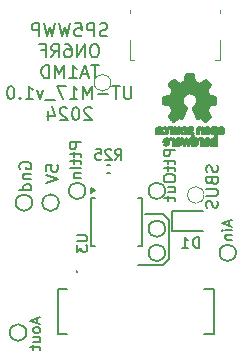
<source format=gbr>
%TF.GenerationSoftware,KiCad,Pcbnew,8.0.0*%
%TF.CreationDate,2024-03-06T14:13:33+03:00*%
%TF.ProjectId,micro17,6d696372-6f31-4372-9e6b-696361645f70,rev?*%
%TF.SameCoordinates,Original*%
%TF.FileFunction,Legend,Bot*%
%TF.FilePolarity,Positive*%
%FSLAX46Y46*%
G04 Gerber Fmt 4.6, Leading zero omitted, Abs format (unit mm)*
G04 Created by KiCad (PCBNEW 8.0.0) date 2024-03-06 14:13:33*
%MOMM*%
%LPD*%
G01*
G04 APERTURE LIST*
%ADD10C,0.160000*%
%ADD11C,0.200000*%
%ADD12C,0.120000*%
G04 APERTURE END LIST*
D10*
X193500000Y-71500000D02*
X191400000Y-71500000D01*
X194000000Y-67750000D02*
X194000000Y-71000000D01*
X193500000Y-67250000D02*
X194000000Y-67750000D01*
X194000000Y-71000000D02*
X193500000Y-71500000D01*
X192000000Y-67250000D02*
X193500000Y-67250000D01*
X186619299Y-61143358D02*
X185619299Y-61143358D01*
X185619299Y-61143358D02*
X185619299Y-61524310D01*
X185619299Y-61524310D02*
X185666918Y-61619548D01*
X185666918Y-61619548D02*
X185714537Y-61667167D01*
X185714537Y-61667167D02*
X185809775Y-61714786D01*
X185809775Y-61714786D02*
X185952632Y-61714786D01*
X185952632Y-61714786D02*
X186047870Y-61667167D01*
X186047870Y-61667167D02*
X186095489Y-61619548D01*
X186095489Y-61619548D02*
X186143108Y-61524310D01*
X186143108Y-61524310D02*
X186143108Y-61143358D01*
X185952632Y-62000501D02*
X185952632Y-62381453D01*
X185619299Y-62143358D02*
X186476441Y-62143358D01*
X186476441Y-62143358D02*
X186571680Y-62190977D01*
X186571680Y-62190977D02*
X186619299Y-62286215D01*
X186619299Y-62286215D02*
X186619299Y-62381453D01*
X185952632Y-62571930D02*
X185952632Y-62952882D01*
X185619299Y-62714787D02*
X186476441Y-62714787D01*
X186476441Y-62714787D02*
X186571680Y-62762406D01*
X186571680Y-62762406D02*
X186619299Y-62857644D01*
X186619299Y-62857644D02*
X186619299Y-62952882D01*
X186619299Y-63286216D02*
X185619299Y-63286216D01*
X185952632Y-63762406D02*
X186619299Y-63762406D01*
X186047870Y-63762406D02*
X186000251Y-63810025D01*
X186000251Y-63810025D02*
X185952632Y-63905263D01*
X185952632Y-63905263D02*
X185952632Y-64048120D01*
X185952632Y-64048120D02*
X186000251Y-64143358D01*
X186000251Y-64143358D02*
X186095489Y-64190977D01*
X186095489Y-64190977D02*
X186619299Y-64190977D01*
X182874394Y-76026691D02*
X182874394Y-76455263D01*
X183131537Y-75940977D02*
X182231537Y-76240977D01*
X182231537Y-76240977D02*
X183131537Y-76540977D01*
X183131537Y-76969549D02*
X183088680Y-76883834D01*
X183088680Y-76883834D02*
X183045822Y-76840977D01*
X183045822Y-76840977D02*
X182960108Y-76798120D01*
X182960108Y-76798120D02*
X182702965Y-76798120D01*
X182702965Y-76798120D02*
X182617251Y-76840977D01*
X182617251Y-76840977D02*
X182574394Y-76883834D01*
X182574394Y-76883834D02*
X182531537Y-76969549D01*
X182531537Y-76969549D02*
X182531537Y-77098120D01*
X182531537Y-77098120D02*
X182574394Y-77183834D01*
X182574394Y-77183834D02*
X182617251Y-77226692D01*
X182617251Y-77226692D02*
X182702965Y-77269549D01*
X182702965Y-77269549D02*
X182960108Y-77269549D01*
X182960108Y-77269549D02*
X183045822Y-77226692D01*
X183045822Y-77226692D02*
X183088680Y-77183834D01*
X183088680Y-77183834D02*
X183131537Y-77098120D01*
X183131537Y-77098120D02*
X183131537Y-76969549D01*
X182531537Y-78040978D02*
X183131537Y-78040978D01*
X182531537Y-77655263D02*
X183002965Y-77655263D01*
X183002965Y-77655263D02*
X183088680Y-77698120D01*
X183088680Y-77698120D02*
X183131537Y-77783835D01*
X183131537Y-77783835D02*
X183131537Y-77912406D01*
X183131537Y-77912406D02*
X183088680Y-77998120D01*
X183088680Y-77998120D02*
X183045822Y-78040978D01*
X182531537Y-78340978D02*
X182531537Y-78683835D01*
X182231537Y-78469549D02*
X183002965Y-78469549D01*
X183002965Y-78469549D02*
X183088680Y-78512406D01*
X183088680Y-78512406D02*
X183131537Y-78598121D01*
X183131537Y-78598121D02*
X183131537Y-78683835D01*
D11*
X188795238Y-52118848D02*
X188638095Y-52171228D01*
X188638095Y-52171228D02*
X188376190Y-52171228D01*
X188376190Y-52171228D02*
X188271428Y-52118848D01*
X188271428Y-52118848D02*
X188219047Y-52066467D01*
X188219047Y-52066467D02*
X188166666Y-51961705D01*
X188166666Y-51961705D02*
X188166666Y-51856943D01*
X188166666Y-51856943D02*
X188219047Y-51752181D01*
X188219047Y-51752181D02*
X188271428Y-51699800D01*
X188271428Y-51699800D02*
X188376190Y-51647419D01*
X188376190Y-51647419D02*
X188585714Y-51595038D01*
X188585714Y-51595038D02*
X188690476Y-51542657D01*
X188690476Y-51542657D02*
X188742857Y-51490276D01*
X188742857Y-51490276D02*
X188795238Y-51385514D01*
X188795238Y-51385514D02*
X188795238Y-51280752D01*
X188795238Y-51280752D02*
X188742857Y-51175990D01*
X188742857Y-51175990D02*
X188690476Y-51123609D01*
X188690476Y-51123609D02*
X188585714Y-51071228D01*
X188585714Y-51071228D02*
X188323809Y-51071228D01*
X188323809Y-51071228D02*
X188166666Y-51123609D01*
X187695238Y-52171228D02*
X187695238Y-51071228D01*
X187695238Y-51071228D02*
X187276190Y-51071228D01*
X187276190Y-51071228D02*
X187171428Y-51123609D01*
X187171428Y-51123609D02*
X187119047Y-51175990D01*
X187119047Y-51175990D02*
X187066666Y-51280752D01*
X187066666Y-51280752D02*
X187066666Y-51437895D01*
X187066666Y-51437895D02*
X187119047Y-51542657D01*
X187119047Y-51542657D02*
X187171428Y-51595038D01*
X187171428Y-51595038D02*
X187276190Y-51647419D01*
X187276190Y-51647419D02*
X187695238Y-51647419D01*
X186071428Y-51071228D02*
X186595238Y-51071228D01*
X186595238Y-51071228D02*
X186647619Y-51595038D01*
X186647619Y-51595038D02*
X186595238Y-51542657D01*
X186595238Y-51542657D02*
X186490476Y-51490276D01*
X186490476Y-51490276D02*
X186228571Y-51490276D01*
X186228571Y-51490276D02*
X186123809Y-51542657D01*
X186123809Y-51542657D02*
X186071428Y-51595038D01*
X186071428Y-51595038D02*
X186019047Y-51699800D01*
X186019047Y-51699800D02*
X186019047Y-51961705D01*
X186019047Y-51961705D02*
X186071428Y-52066467D01*
X186071428Y-52066467D02*
X186123809Y-52118848D01*
X186123809Y-52118848D02*
X186228571Y-52171228D01*
X186228571Y-52171228D02*
X186490476Y-52171228D01*
X186490476Y-52171228D02*
X186595238Y-52118848D01*
X186595238Y-52118848D02*
X186647619Y-52066467D01*
X185652381Y-51071228D02*
X185390476Y-52171228D01*
X185390476Y-52171228D02*
X185180952Y-51385514D01*
X185180952Y-51385514D02*
X184971428Y-52171228D01*
X184971428Y-52171228D02*
X184709524Y-51071228D01*
X184395238Y-51071228D02*
X184133333Y-52171228D01*
X184133333Y-52171228D02*
X183923809Y-51385514D01*
X183923809Y-51385514D02*
X183714285Y-52171228D01*
X183714285Y-52171228D02*
X183452381Y-51071228D01*
X183033333Y-52171228D02*
X183033333Y-51071228D01*
X183033333Y-51071228D02*
X182614285Y-51071228D01*
X182614285Y-51071228D02*
X182509523Y-51123609D01*
X182509523Y-51123609D02*
X182457142Y-51175990D01*
X182457142Y-51175990D02*
X182404761Y-51280752D01*
X182404761Y-51280752D02*
X182404761Y-51437895D01*
X182404761Y-51437895D02*
X182457142Y-51542657D01*
X182457142Y-51542657D02*
X182509523Y-51595038D01*
X182509523Y-51595038D02*
X182614285Y-51647419D01*
X182614285Y-51647419D02*
X183033333Y-51647419D01*
X187826190Y-52842166D02*
X187616666Y-52842166D01*
X187616666Y-52842166D02*
X187511904Y-52894547D01*
X187511904Y-52894547D02*
X187407142Y-52999309D01*
X187407142Y-52999309D02*
X187354761Y-53208833D01*
X187354761Y-53208833D02*
X187354761Y-53575500D01*
X187354761Y-53575500D02*
X187407142Y-53785024D01*
X187407142Y-53785024D02*
X187511904Y-53889786D01*
X187511904Y-53889786D02*
X187616666Y-53942166D01*
X187616666Y-53942166D02*
X187826190Y-53942166D01*
X187826190Y-53942166D02*
X187930952Y-53889786D01*
X187930952Y-53889786D02*
X188035714Y-53785024D01*
X188035714Y-53785024D02*
X188088095Y-53575500D01*
X188088095Y-53575500D02*
X188088095Y-53208833D01*
X188088095Y-53208833D02*
X188035714Y-52999309D01*
X188035714Y-52999309D02*
X187930952Y-52894547D01*
X187930952Y-52894547D02*
X187826190Y-52842166D01*
X186883333Y-53942166D02*
X186883333Y-52842166D01*
X186883333Y-52842166D02*
X186254761Y-53942166D01*
X186254761Y-53942166D02*
X186254761Y-52842166D01*
X185259523Y-52842166D02*
X185469047Y-52842166D01*
X185469047Y-52842166D02*
X185573809Y-52894547D01*
X185573809Y-52894547D02*
X185626190Y-52946928D01*
X185626190Y-52946928D02*
X185730952Y-53104071D01*
X185730952Y-53104071D02*
X185783333Y-53313595D01*
X185783333Y-53313595D02*
X185783333Y-53732643D01*
X185783333Y-53732643D02*
X185730952Y-53837405D01*
X185730952Y-53837405D02*
X185678571Y-53889786D01*
X185678571Y-53889786D02*
X185573809Y-53942166D01*
X185573809Y-53942166D02*
X185364285Y-53942166D01*
X185364285Y-53942166D02*
X185259523Y-53889786D01*
X185259523Y-53889786D02*
X185207142Y-53837405D01*
X185207142Y-53837405D02*
X185154761Y-53732643D01*
X185154761Y-53732643D02*
X185154761Y-53470738D01*
X185154761Y-53470738D02*
X185207142Y-53365976D01*
X185207142Y-53365976D02*
X185259523Y-53313595D01*
X185259523Y-53313595D02*
X185364285Y-53261214D01*
X185364285Y-53261214D02*
X185573809Y-53261214D01*
X185573809Y-53261214D02*
X185678571Y-53313595D01*
X185678571Y-53313595D02*
X185730952Y-53365976D01*
X185730952Y-53365976D02*
X185783333Y-53470738D01*
X184054761Y-53942166D02*
X184421428Y-53418357D01*
X184683333Y-53942166D02*
X184683333Y-52842166D01*
X184683333Y-52842166D02*
X184264285Y-52842166D01*
X184264285Y-52842166D02*
X184159523Y-52894547D01*
X184159523Y-52894547D02*
X184107142Y-52946928D01*
X184107142Y-52946928D02*
X184054761Y-53051690D01*
X184054761Y-53051690D02*
X184054761Y-53208833D01*
X184054761Y-53208833D02*
X184107142Y-53313595D01*
X184107142Y-53313595D02*
X184159523Y-53365976D01*
X184159523Y-53365976D02*
X184264285Y-53418357D01*
X184264285Y-53418357D02*
X184683333Y-53418357D01*
X183216666Y-53365976D02*
X183583333Y-53365976D01*
X183583333Y-53942166D02*
X183583333Y-52842166D01*
X183583333Y-52842166D02*
X183059523Y-52842166D01*
X188088095Y-54613104D02*
X187459523Y-54613104D01*
X187773809Y-55713104D02*
X187773809Y-54613104D01*
X187145238Y-55398819D02*
X186621428Y-55398819D01*
X187250000Y-55713104D02*
X186883333Y-54613104D01*
X186883333Y-54613104D02*
X186516666Y-55713104D01*
X185573809Y-55713104D02*
X186202381Y-55713104D01*
X185888095Y-55713104D02*
X185888095Y-54613104D01*
X185888095Y-54613104D02*
X185992857Y-54770247D01*
X185992857Y-54770247D02*
X186097619Y-54875009D01*
X186097619Y-54875009D02*
X186202381Y-54927390D01*
X185102381Y-55713104D02*
X185102381Y-54613104D01*
X185102381Y-54613104D02*
X184735714Y-55398819D01*
X184735714Y-55398819D02*
X184369047Y-54613104D01*
X184369047Y-54613104D02*
X184369047Y-55713104D01*
X183845238Y-55713104D02*
X183845238Y-54613104D01*
X183845238Y-54613104D02*
X183583333Y-54613104D01*
X183583333Y-54613104D02*
X183426190Y-54665485D01*
X183426190Y-54665485D02*
X183321428Y-54770247D01*
X183321428Y-54770247D02*
X183269047Y-54875009D01*
X183269047Y-54875009D02*
X183216666Y-55084533D01*
X183216666Y-55084533D02*
X183216666Y-55241676D01*
X183216666Y-55241676D02*
X183269047Y-55451200D01*
X183269047Y-55451200D02*
X183321428Y-55555962D01*
X183321428Y-55555962D02*
X183426190Y-55660724D01*
X183426190Y-55660724D02*
X183583333Y-55713104D01*
X183583333Y-55713104D02*
X183845238Y-55713104D01*
X190838095Y-56384042D02*
X190838095Y-57274519D01*
X190838095Y-57274519D02*
X190785714Y-57379281D01*
X190785714Y-57379281D02*
X190733333Y-57431662D01*
X190733333Y-57431662D02*
X190628571Y-57484042D01*
X190628571Y-57484042D02*
X190419047Y-57484042D01*
X190419047Y-57484042D02*
X190314285Y-57431662D01*
X190314285Y-57431662D02*
X190261904Y-57379281D01*
X190261904Y-57379281D02*
X190209523Y-57274519D01*
X190209523Y-57274519D02*
X190209523Y-56384042D01*
X189842857Y-56384042D02*
X189214285Y-56384042D01*
X189528571Y-57484042D02*
X189528571Y-56384042D01*
X188847619Y-57064995D02*
X188009524Y-57064995D01*
X187485714Y-57484042D02*
X187485714Y-56384042D01*
X187485714Y-56384042D02*
X187119047Y-57169757D01*
X187119047Y-57169757D02*
X186752380Y-56384042D01*
X186752380Y-56384042D02*
X186752380Y-57484042D01*
X185652380Y-57484042D02*
X186280952Y-57484042D01*
X185966666Y-57484042D02*
X185966666Y-56384042D01*
X185966666Y-56384042D02*
X186071428Y-56541185D01*
X186071428Y-56541185D02*
X186176190Y-56645947D01*
X186176190Y-56645947D02*
X186280952Y-56698328D01*
X185285714Y-56384042D02*
X184552380Y-56384042D01*
X184552380Y-56384042D02*
X185023809Y-57484042D01*
X184395238Y-57588804D02*
X183557142Y-57588804D01*
X183400000Y-56750709D02*
X183138095Y-57484042D01*
X183138095Y-57484042D02*
X182876190Y-56750709D01*
X181880952Y-57484042D02*
X182509524Y-57484042D01*
X182195238Y-57484042D02*
X182195238Y-56384042D01*
X182195238Y-56384042D02*
X182300000Y-56541185D01*
X182300000Y-56541185D02*
X182404762Y-56645947D01*
X182404762Y-56645947D02*
X182509524Y-56698328D01*
X181409524Y-57379281D02*
X181357143Y-57431662D01*
X181357143Y-57431662D02*
X181409524Y-57484042D01*
X181409524Y-57484042D02*
X181461905Y-57431662D01*
X181461905Y-57431662D02*
X181409524Y-57379281D01*
X181409524Y-57379281D02*
X181409524Y-57484042D01*
X180676190Y-56384042D02*
X180571428Y-56384042D01*
X180571428Y-56384042D02*
X180466666Y-56436423D01*
X180466666Y-56436423D02*
X180414285Y-56488804D01*
X180414285Y-56488804D02*
X180361904Y-56593566D01*
X180361904Y-56593566D02*
X180309523Y-56803090D01*
X180309523Y-56803090D02*
X180309523Y-57064995D01*
X180309523Y-57064995D02*
X180361904Y-57274519D01*
X180361904Y-57274519D02*
X180414285Y-57379281D01*
X180414285Y-57379281D02*
X180466666Y-57431662D01*
X180466666Y-57431662D02*
X180571428Y-57484042D01*
X180571428Y-57484042D02*
X180676190Y-57484042D01*
X180676190Y-57484042D02*
X180780952Y-57431662D01*
X180780952Y-57431662D02*
X180833333Y-57379281D01*
X180833333Y-57379281D02*
X180885714Y-57274519D01*
X180885714Y-57274519D02*
X180938095Y-57064995D01*
X180938095Y-57064995D02*
X180938095Y-56803090D01*
X180938095Y-56803090D02*
X180885714Y-56593566D01*
X180885714Y-56593566D02*
X180833333Y-56488804D01*
X180833333Y-56488804D02*
X180780952Y-56436423D01*
X180780952Y-56436423D02*
X180676190Y-56384042D01*
X187485714Y-58259742D02*
X187433333Y-58207361D01*
X187433333Y-58207361D02*
X187328571Y-58154980D01*
X187328571Y-58154980D02*
X187066666Y-58154980D01*
X187066666Y-58154980D02*
X186961904Y-58207361D01*
X186961904Y-58207361D02*
X186909523Y-58259742D01*
X186909523Y-58259742D02*
X186857142Y-58364504D01*
X186857142Y-58364504D02*
X186857142Y-58469266D01*
X186857142Y-58469266D02*
X186909523Y-58626409D01*
X186909523Y-58626409D02*
X187538095Y-59254980D01*
X187538095Y-59254980D02*
X186857142Y-59254980D01*
X186176190Y-58154980D02*
X186071428Y-58154980D01*
X186071428Y-58154980D02*
X185966666Y-58207361D01*
X185966666Y-58207361D02*
X185914285Y-58259742D01*
X185914285Y-58259742D02*
X185861904Y-58364504D01*
X185861904Y-58364504D02*
X185809523Y-58574028D01*
X185809523Y-58574028D02*
X185809523Y-58835933D01*
X185809523Y-58835933D02*
X185861904Y-59045457D01*
X185861904Y-59045457D02*
X185914285Y-59150219D01*
X185914285Y-59150219D02*
X185966666Y-59202600D01*
X185966666Y-59202600D02*
X186071428Y-59254980D01*
X186071428Y-59254980D02*
X186176190Y-59254980D01*
X186176190Y-59254980D02*
X186280952Y-59202600D01*
X186280952Y-59202600D02*
X186333333Y-59150219D01*
X186333333Y-59150219D02*
X186385714Y-59045457D01*
X186385714Y-59045457D02*
X186438095Y-58835933D01*
X186438095Y-58835933D02*
X186438095Y-58574028D01*
X186438095Y-58574028D02*
X186385714Y-58364504D01*
X186385714Y-58364504D02*
X186333333Y-58259742D01*
X186333333Y-58259742D02*
X186280952Y-58207361D01*
X186280952Y-58207361D02*
X186176190Y-58154980D01*
X185390476Y-58259742D02*
X185338095Y-58207361D01*
X185338095Y-58207361D02*
X185233333Y-58154980D01*
X185233333Y-58154980D02*
X184971428Y-58154980D01*
X184971428Y-58154980D02*
X184866666Y-58207361D01*
X184866666Y-58207361D02*
X184814285Y-58259742D01*
X184814285Y-58259742D02*
X184761904Y-58364504D01*
X184761904Y-58364504D02*
X184761904Y-58469266D01*
X184761904Y-58469266D02*
X184814285Y-58626409D01*
X184814285Y-58626409D02*
X185442857Y-59254980D01*
X185442857Y-59254980D02*
X184761904Y-59254980D01*
X183819047Y-58521647D02*
X183819047Y-59254980D01*
X184080952Y-58102600D02*
X184342857Y-58888314D01*
X184342857Y-58888314D02*
X183661904Y-58888314D01*
D10*
X183619299Y-63569548D02*
X183619299Y-63093358D01*
X183619299Y-63093358D02*
X184095489Y-63045739D01*
X184095489Y-63045739D02*
X184047870Y-63093358D01*
X184047870Y-63093358D02*
X184000251Y-63188596D01*
X184000251Y-63188596D02*
X184000251Y-63426691D01*
X184000251Y-63426691D02*
X184047870Y-63521929D01*
X184047870Y-63521929D02*
X184095489Y-63569548D01*
X184095489Y-63569548D02*
X184190727Y-63617167D01*
X184190727Y-63617167D02*
X184428822Y-63617167D01*
X184428822Y-63617167D02*
X184524060Y-63569548D01*
X184524060Y-63569548D02*
X184571680Y-63521929D01*
X184571680Y-63521929D02*
X184619299Y-63426691D01*
X184619299Y-63426691D02*
X184619299Y-63188596D01*
X184619299Y-63188596D02*
X184571680Y-63093358D01*
X184571680Y-63093358D02*
X184524060Y-63045739D01*
X183619299Y-63902882D02*
X184619299Y-64236215D01*
X184619299Y-64236215D02*
X183619299Y-64569548D01*
X199124394Y-67776691D02*
X199124394Y-68205263D01*
X199381537Y-67690977D02*
X198481537Y-67990977D01*
X198481537Y-67990977D02*
X199381537Y-68290977D01*
X199381537Y-68590977D02*
X198781537Y-68590977D01*
X198481537Y-68590977D02*
X198524394Y-68548120D01*
X198524394Y-68548120D02*
X198567251Y-68590977D01*
X198567251Y-68590977D02*
X198524394Y-68633834D01*
X198524394Y-68633834D02*
X198481537Y-68590977D01*
X198481537Y-68590977D02*
X198567251Y-68590977D01*
X198781537Y-69019548D02*
X199381537Y-69019548D01*
X198867251Y-69019548D02*
X198824394Y-69062405D01*
X198824394Y-69062405D02*
X198781537Y-69148120D01*
X198781537Y-69148120D02*
X198781537Y-69276691D01*
X198781537Y-69276691D02*
X198824394Y-69362405D01*
X198824394Y-69362405D02*
X198910108Y-69405263D01*
X198910108Y-69405263D02*
X199381537Y-69405263D01*
X198121680Y-63095739D02*
X198169299Y-63238596D01*
X198169299Y-63238596D02*
X198169299Y-63476691D01*
X198169299Y-63476691D02*
X198121680Y-63571929D01*
X198121680Y-63571929D02*
X198074060Y-63619548D01*
X198074060Y-63619548D02*
X197978822Y-63667167D01*
X197978822Y-63667167D02*
X197883584Y-63667167D01*
X197883584Y-63667167D02*
X197788346Y-63619548D01*
X197788346Y-63619548D02*
X197740727Y-63571929D01*
X197740727Y-63571929D02*
X197693108Y-63476691D01*
X197693108Y-63476691D02*
X197645489Y-63286215D01*
X197645489Y-63286215D02*
X197597870Y-63190977D01*
X197597870Y-63190977D02*
X197550251Y-63143358D01*
X197550251Y-63143358D02*
X197455013Y-63095739D01*
X197455013Y-63095739D02*
X197359775Y-63095739D01*
X197359775Y-63095739D02*
X197264537Y-63143358D01*
X197264537Y-63143358D02*
X197216918Y-63190977D01*
X197216918Y-63190977D02*
X197169299Y-63286215D01*
X197169299Y-63286215D02*
X197169299Y-63524310D01*
X197169299Y-63524310D02*
X197216918Y-63667167D01*
X197645489Y-64429072D02*
X197693108Y-64571929D01*
X197693108Y-64571929D02*
X197740727Y-64619548D01*
X197740727Y-64619548D02*
X197835965Y-64667167D01*
X197835965Y-64667167D02*
X197978822Y-64667167D01*
X197978822Y-64667167D02*
X198074060Y-64619548D01*
X198074060Y-64619548D02*
X198121680Y-64571929D01*
X198121680Y-64571929D02*
X198169299Y-64476691D01*
X198169299Y-64476691D02*
X198169299Y-64095739D01*
X198169299Y-64095739D02*
X197169299Y-64095739D01*
X197169299Y-64095739D02*
X197169299Y-64429072D01*
X197169299Y-64429072D02*
X197216918Y-64524310D01*
X197216918Y-64524310D02*
X197264537Y-64571929D01*
X197264537Y-64571929D02*
X197359775Y-64619548D01*
X197359775Y-64619548D02*
X197455013Y-64619548D01*
X197455013Y-64619548D02*
X197550251Y-64571929D01*
X197550251Y-64571929D02*
X197597870Y-64524310D01*
X197597870Y-64524310D02*
X197645489Y-64429072D01*
X197645489Y-64429072D02*
X197645489Y-64095739D01*
X197169299Y-65095739D02*
X197978822Y-65095739D01*
X197978822Y-65095739D02*
X198074060Y-65143358D01*
X198074060Y-65143358D02*
X198121680Y-65190977D01*
X198121680Y-65190977D02*
X198169299Y-65286215D01*
X198169299Y-65286215D02*
X198169299Y-65476691D01*
X198169299Y-65476691D02*
X198121680Y-65571929D01*
X198121680Y-65571929D02*
X198074060Y-65619548D01*
X198074060Y-65619548D02*
X197978822Y-65667167D01*
X197978822Y-65667167D02*
X197169299Y-65667167D01*
X198121680Y-66095739D02*
X198169299Y-66238596D01*
X198169299Y-66238596D02*
X198169299Y-66476691D01*
X198169299Y-66476691D02*
X198121680Y-66571929D01*
X198121680Y-66571929D02*
X198074060Y-66619548D01*
X198074060Y-66619548D02*
X197978822Y-66667167D01*
X197978822Y-66667167D02*
X197883584Y-66667167D01*
X197883584Y-66667167D02*
X197788346Y-66619548D01*
X197788346Y-66619548D02*
X197740727Y-66571929D01*
X197740727Y-66571929D02*
X197693108Y-66476691D01*
X197693108Y-66476691D02*
X197645489Y-66286215D01*
X197645489Y-66286215D02*
X197597870Y-66190977D01*
X197597870Y-66190977D02*
X197550251Y-66143358D01*
X197550251Y-66143358D02*
X197455013Y-66095739D01*
X197455013Y-66095739D02*
X197359775Y-66095739D01*
X197359775Y-66095739D02*
X197264537Y-66143358D01*
X197264537Y-66143358D02*
X197216918Y-66190977D01*
X197216918Y-66190977D02*
X197169299Y-66286215D01*
X197169299Y-66286215D02*
X197169299Y-66524310D01*
X197169299Y-66524310D02*
X197216918Y-66667167D01*
X181416918Y-63367167D02*
X181369299Y-63271929D01*
X181369299Y-63271929D02*
X181369299Y-63129072D01*
X181369299Y-63129072D02*
X181416918Y-62986215D01*
X181416918Y-62986215D02*
X181512156Y-62890977D01*
X181512156Y-62890977D02*
X181607394Y-62843358D01*
X181607394Y-62843358D02*
X181797870Y-62795739D01*
X181797870Y-62795739D02*
X181940727Y-62795739D01*
X181940727Y-62795739D02*
X182131203Y-62843358D01*
X182131203Y-62843358D02*
X182226441Y-62890977D01*
X182226441Y-62890977D02*
X182321680Y-62986215D01*
X182321680Y-62986215D02*
X182369299Y-63129072D01*
X182369299Y-63129072D02*
X182369299Y-63224310D01*
X182369299Y-63224310D02*
X182321680Y-63367167D01*
X182321680Y-63367167D02*
X182274060Y-63414786D01*
X182274060Y-63414786D02*
X181940727Y-63414786D01*
X181940727Y-63414786D02*
X181940727Y-63224310D01*
X181702632Y-63843358D02*
X182369299Y-63843358D01*
X181797870Y-63843358D02*
X181750251Y-63890977D01*
X181750251Y-63890977D02*
X181702632Y-63986215D01*
X181702632Y-63986215D02*
X181702632Y-64129072D01*
X181702632Y-64129072D02*
X181750251Y-64224310D01*
X181750251Y-64224310D02*
X181845489Y-64271929D01*
X181845489Y-64271929D02*
X182369299Y-64271929D01*
X182369299Y-65176691D02*
X181369299Y-65176691D01*
X182321680Y-65176691D02*
X182369299Y-65081453D01*
X182369299Y-65081453D02*
X182369299Y-64890977D01*
X182369299Y-64890977D02*
X182321680Y-64795739D01*
X182321680Y-64795739D02*
X182274060Y-64748120D01*
X182274060Y-64748120D02*
X182178822Y-64700501D01*
X182178822Y-64700501D02*
X181893108Y-64700501D01*
X181893108Y-64700501D02*
X181797870Y-64748120D01*
X181797870Y-64748120D02*
X181750251Y-64795739D01*
X181750251Y-64795739D02*
X181702632Y-64890977D01*
X181702632Y-64890977D02*
X181702632Y-65081453D01*
X181702632Y-65081453D02*
X181750251Y-65176691D01*
X194572906Y-61759396D02*
X193572906Y-61759396D01*
X193572906Y-61759396D02*
X193572906Y-62140348D01*
X193572906Y-62140348D02*
X193620525Y-62235586D01*
X193620525Y-62235586D02*
X193668144Y-62283205D01*
X193668144Y-62283205D02*
X193763382Y-62330824D01*
X193763382Y-62330824D02*
X193906239Y-62330824D01*
X193906239Y-62330824D02*
X194001477Y-62283205D01*
X194001477Y-62283205D02*
X194049096Y-62235586D01*
X194049096Y-62235586D02*
X194096715Y-62140348D01*
X194096715Y-62140348D02*
X194096715Y-61759396D01*
X193906239Y-62616539D02*
X193906239Y-62997491D01*
X193572906Y-62759396D02*
X194430048Y-62759396D01*
X194430048Y-62759396D02*
X194525287Y-62807015D01*
X194525287Y-62807015D02*
X194572906Y-62902253D01*
X194572906Y-62902253D02*
X194572906Y-62997491D01*
X193906239Y-63187968D02*
X193906239Y-63568920D01*
X193572906Y-63330825D02*
X194430048Y-63330825D01*
X194430048Y-63330825D02*
X194525287Y-63378444D01*
X194525287Y-63378444D02*
X194572906Y-63473682D01*
X194572906Y-63473682D02*
X194572906Y-63568920D01*
X193572906Y-64092730D02*
X193572906Y-64283206D01*
X193572906Y-64283206D02*
X193620525Y-64378444D01*
X193620525Y-64378444D02*
X193715763Y-64473682D01*
X193715763Y-64473682D02*
X193906239Y-64521301D01*
X193906239Y-64521301D02*
X194239572Y-64521301D01*
X194239572Y-64521301D02*
X194430048Y-64473682D01*
X194430048Y-64473682D02*
X194525287Y-64378444D01*
X194525287Y-64378444D02*
X194572906Y-64283206D01*
X194572906Y-64283206D02*
X194572906Y-64092730D01*
X194572906Y-64092730D02*
X194525287Y-63997492D01*
X194525287Y-63997492D02*
X194430048Y-63902254D01*
X194430048Y-63902254D02*
X194239572Y-63854635D01*
X194239572Y-63854635D02*
X193906239Y-63854635D01*
X193906239Y-63854635D02*
X193715763Y-63902254D01*
X193715763Y-63902254D02*
X193620525Y-63997492D01*
X193620525Y-63997492D02*
X193572906Y-64092730D01*
X193906239Y-65378444D02*
X194572906Y-65378444D01*
X193906239Y-64949873D02*
X194430048Y-64949873D01*
X194430048Y-64949873D02*
X194525287Y-64997492D01*
X194525287Y-64997492D02*
X194572906Y-65092730D01*
X194572906Y-65092730D02*
X194572906Y-65235587D01*
X194572906Y-65235587D02*
X194525287Y-65330825D01*
X194525287Y-65330825D02*
X194477667Y-65378444D01*
X193906239Y-65711778D02*
X193906239Y-66092730D01*
X193572906Y-65854635D02*
X194430048Y-65854635D01*
X194430048Y-65854635D02*
X194525287Y-65902254D01*
X194525287Y-65902254D02*
X194572906Y-65997492D01*
X194572906Y-65997492D02*
X194572906Y-66092730D01*
X196534285Y-70058037D02*
X196534285Y-69158037D01*
X196534285Y-69158037D02*
X196319999Y-69158037D01*
X196319999Y-69158037D02*
X196191428Y-69200894D01*
X196191428Y-69200894D02*
X196105713Y-69286608D01*
X196105713Y-69286608D02*
X196062856Y-69372322D01*
X196062856Y-69372322D02*
X196019999Y-69543751D01*
X196019999Y-69543751D02*
X196019999Y-69672322D01*
X196019999Y-69672322D02*
X196062856Y-69843751D01*
X196062856Y-69843751D02*
X196105713Y-69929465D01*
X196105713Y-69929465D02*
X196191428Y-70015180D01*
X196191428Y-70015180D02*
X196319999Y-70058037D01*
X196319999Y-70058037D02*
X196534285Y-70058037D01*
X195162856Y-70058037D02*
X195677142Y-70058037D01*
X195419999Y-70058037D02*
X195419999Y-69158037D01*
X195419999Y-69158037D02*
X195505713Y-69286608D01*
X195505713Y-69286608D02*
X195591428Y-69372322D01*
X195591428Y-69372322D02*
X195677142Y-69415180D01*
X186208037Y-69014285D02*
X186936608Y-69014285D01*
X186936608Y-69014285D02*
X187022322Y-69057142D01*
X187022322Y-69057142D02*
X187065180Y-69100000D01*
X187065180Y-69100000D02*
X187108037Y-69185714D01*
X187108037Y-69185714D02*
X187108037Y-69357142D01*
X187108037Y-69357142D02*
X187065180Y-69442857D01*
X187065180Y-69442857D02*
X187022322Y-69485714D01*
X187022322Y-69485714D02*
X186936608Y-69528571D01*
X186936608Y-69528571D02*
X186208037Y-69528571D01*
X186208037Y-69871428D02*
X186208037Y-70428571D01*
X186208037Y-70428571D02*
X186550894Y-70128571D01*
X186550894Y-70128571D02*
X186550894Y-70257142D01*
X186550894Y-70257142D02*
X186593751Y-70342857D01*
X186593751Y-70342857D02*
X186636608Y-70385714D01*
X186636608Y-70385714D02*
X186722322Y-70428571D01*
X186722322Y-70428571D02*
X186936608Y-70428571D01*
X186936608Y-70428571D02*
X187022322Y-70385714D01*
X187022322Y-70385714D02*
X187065180Y-70342857D01*
X187065180Y-70342857D02*
X187108037Y-70257142D01*
X187108037Y-70257142D02*
X187108037Y-69999999D01*
X187108037Y-69999999D02*
X187065180Y-69914285D01*
X187065180Y-69914285D02*
X187022322Y-69871428D01*
X189478571Y-62638037D02*
X189778571Y-62209465D01*
X189992857Y-62638037D02*
X189992857Y-61738037D01*
X189992857Y-61738037D02*
X189650000Y-61738037D01*
X189650000Y-61738037D02*
X189564285Y-61780894D01*
X189564285Y-61780894D02*
X189521428Y-61823751D01*
X189521428Y-61823751D02*
X189478571Y-61909465D01*
X189478571Y-61909465D02*
X189478571Y-62038037D01*
X189478571Y-62038037D02*
X189521428Y-62123751D01*
X189521428Y-62123751D02*
X189564285Y-62166608D01*
X189564285Y-62166608D02*
X189650000Y-62209465D01*
X189650000Y-62209465D02*
X189992857Y-62209465D01*
X189135714Y-61823751D02*
X189092857Y-61780894D01*
X189092857Y-61780894D02*
X189007143Y-61738037D01*
X189007143Y-61738037D02*
X188792857Y-61738037D01*
X188792857Y-61738037D02*
X188707143Y-61780894D01*
X188707143Y-61780894D02*
X188664285Y-61823751D01*
X188664285Y-61823751D02*
X188621428Y-61909465D01*
X188621428Y-61909465D02*
X188621428Y-61995180D01*
X188621428Y-61995180D02*
X188664285Y-62123751D01*
X188664285Y-62123751D02*
X189178571Y-62638037D01*
X189178571Y-62638037D02*
X188621428Y-62638037D01*
X187807142Y-61738037D02*
X188235714Y-61738037D01*
X188235714Y-61738037D02*
X188278571Y-62166608D01*
X188278571Y-62166608D02*
X188235714Y-62123751D01*
X188235714Y-62123751D02*
X188150000Y-62080894D01*
X188150000Y-62080894D02*
X187935714Y-62080894D01*
X187935714Y-62080894D02*
X187850000Y-62123751D01*
X187850000Y-62123751D02*
X187807142Y-62166608D01*
X187807142Y-62166608D02*
X187764285Y-62252322D01*
X187764285Y-62252322D02*
X187764285Y-62466608D01*
X187764285Y-62466608D02*
X187807142Y-62552322D01*
X187807142Y-62552322D02*
X187850000Y-62595180D01*
X187850000Y-62595180D02*
X187935714Y-62638037D01*
X187935714Y-62638037D02*
X188150000Y-62638037D01*
X188150000Y-62638037D02*
X188235714Y-62595180D01*
X188235714Y-62595180D02*
X188278571Y-62552322D01*
%TO.C,D1*%
X194260000Y-66950000D02*
X194260000Y-68650000D01*
X196920000Y-66950000D02*
X194260000Y-66950000D01*
X196920000Y-68650000D02*
X194260000Y-68650000D01*
%TO.C,TP10*%
X182450000Y-66250000D02*
G75*
G02*
X181050000Y-66250000I-700000J0D01*
G01*
X181050000Y-66250000D02*
G75*
G02*
X182450000Y-66250000I700000J0D01*
G01*
%TO.C,TP4*%
X193700000Y-70500000D02*
G75*
G02*
X192300000Y-70500000I-700000J0D01*
G01*
X192300000Y-70500000D02*
G75*
G02*
X193700000Y-70500000I700000J0D01*
G01*
D12*
%TO.C,TP13*%
X197000000Y-65600000D02*
G75*
G02*
X195600000Y-65600000I-700000J0D01*
G01*
X195600000Y-65600000D02*
G75*
G02*
X197000000Y-65600000I700000J0D01*
G01*
D10*
%TO.C,TP6*%
X193700000Y-65250000D02*
G75*
G02*
X192300000Y-65250000I-700000J0D01*
G01*
X192300000Y-65250000D02*
G75*
G02*
X193700000Y-65250000I700000J0D01*
G01*
%TO.C,U3*%
X187440000Y-65890000D02*
X187440000Y-67900000D01*
X187440000Y-69910000D02*
X187440000Y-67900000D01*
X187795000Y-65890000D02*
X187440000Y-65890000D01*
X187795000Y-69910000D02*
X187440000Y-69910000D01*
X191405000Y-65890000D02*
X191760000Y-65890000D01*
X191405000Y-69910000D02*
X191760000Y-69910000D01*
X191760000Y-65890000D02*
X191760000Y-67900000D01*
X191760000Y-69910000D02*
X191760000Y-67900000D01*
X187795000Y-65212500D02*
X187465000Y-65452500D01*
X187465000Y-64972500D01*
X187795000Y-65212500D01*
G36*
X187795000Y-65212500D02*
G01*
X187465000Y-65452500D01*
X187465000Y-64972500D01*
X187795000Y-65212500D01*
G37*
D12*
%TO.C,TP11*%
X189100000Y-56100000D02*
G75*
G02*
X187700000Y-56100000I-700000J0D01*
G01*
X187700000Y-56100000D02*
G75*
G02*
X189100000Y-56100000I700000J0D01*
G01*
%TO.C,J4*%
X190690000Y-50160000D02*
X190690000Y-49900000D01*
X190690000Y-54210000D02*
X190690000Y-52440000D01*
X191070000Y-54210000D02*
X190690000Y-54210000D01*
X197930000Y-54210000D02*
X198310000Y-54210000D01*
X198310000Y-49900000D02*
X198310000Y-50160000D01*
X198310000Y-52440000D02*
X198310000Y-54210000D01*
D10*
%TO.C,TP5*%
X184700000Y-66250000D02*
G75*
G02*
X183300000Y-66250000I-700000J0D01*
G01*
X183300000Y-66250000D02*
G75*
G02*
X184700000Y-66250000I700000J0D01*
G01*
%TO.C,SYM2*%
X194087128Y-59853945D02*
X194117954Y-59863568D01*
X194155916Y-59879563D01*
X194174296Y-59888159D01*
X194187561Y-59889713D01*
X194190495Y-59877798D01*
X194190498Y-59877461D01*
X194196709Y-59866087D01*
X194218131Y-59860256D01*
X194259653Y-59858614D01*
X194328812Y-59858614D01*
X194328812Y-60462179D01*
X194190495Y-60462179D01*
X194190495Y-60046027D01*
X194156110Y-60014161D01*
X194145368Y-60005104D01*
X194113370Y-59989630D01*
X194073965Y-59989010D01*
X194020312Y-60002664D01*
X194002225Y-60003529D01*
X193981008Y-59990283D01*
X193952768Y-59958800D01*
X193939069Y-59941385D01*
X193922868Y-59916797D01*
X193920371Y-59901145D01*
X193929442Y-59887941D01*
X193957289Y-59871245D01*
X194000540Y-59858030D01*
X194047464Y-59851478D01*
X194087128Y-59853945D01*
G36*
X194087128Y-59853945D02*
G01*
X194117954Y-59863568D01*
X194155916Y-59879563D01*
X194174296Y-59888159D01*
X194187561Y-59889713D01*
X194190495Y-59877798D01*
X194190498Y-59877461D01*
X194196709Y-59866087D01*
X194218131Y-59860256D01*
X194259653Y-59858614D01*
X194328812Y-59858614D01*
X194328812Y-60462179D01*
X194190495Y-60462179D01*
X194190495Y-60046027D01*
X194156110Y-60014161D01*
X194145368Y-60005104D01*
X194113370Y-59989630D01*
X194073965Y-59989010D01*
X194020312Y-60002664D01*
X194002225Y-60003529D01*
X193981008Y-59990283D01*
X193952768Y-59958800D01*
X193939069Y-59941385D01*
X193922868Y-59916797D01*
X193920371Y-59901145D01*
X193929442Y-59887941D01*
X193957289Y-59871245D01*
X194000540Y-59858030D01*
X194047464Y-59851478D01*
X194087128Y-59853945D01*
G37*
X194270265Y-60809965D02*
X194308255Y-60827745D01*
X194341386Y-60853806D01*
X194341386Y-60827745D01*
X194342211Y-60817849D01*
X194349893Y-60807358D01*
X194370667Y-60802725D01*
X194410544Y-60801683D01*
X194479703Y-60801683D01*
X194479703Y-61417822D01*
X194341386Y-61417822D01*
X194341386Y-61217226D01*
X194341369Y-61205710D01*
X194340189Y-61124758D01*
X194337294Y-61058817D01*
X194332888Y-61011258D01*
X194327181Y-60985452D01*
X194321940Y-60975710D01*
X194289676Y-60945156D01*
X194245730Y-60931631D01*
X194197743Y-60937941D01*
X194185973Y-60942217D01*
X194160898Y-60949776D01*
X194143762Y-60947428D01*
X194126518Y-60932064D01*
X194101124Y-60900571D01*
X194059936Y-60848568D01*
X194088886Y-60825125D01*
X194116405Y-60811015D01*
X194164745Y-60801486D01*
X194219230Y-60801174D01*
X194270265Y-60809965D01*
G36*
X194270265Y-60809965D02*
G01*
X194308255Y-60827745D01*
X194341386Y-60853806D01*
X194341386Y-60827745D01*
X194342211Y-60817849D01*
X194349893Y-60807358D01*
X194370667Y-60802725D01*
X194410544Y-60801683D01*
X194479703Y-60801683D01*
X194479703Y-61417822D01*
X194341386Y-61417822D01*
X194341386Y-61217226D01*
X194341369Y-61205710D01*
X194340189Y-61124758D01*
X194337294Y-61058817D01*
X194332888Y-61011258D01*
X194327181Y-60985452D01*
X194321940Y-60975710D01*
X194289676Y-60945156D01*
X194245730Y-60931631D01*
X194197743Y-60937941D01*
X194185973Y-60942217D01*
X194160898Y-60949776D01*
X194143762Y-60947428D01*
X194126518Y-60932064D01*
X194101124Y-60900571D01*
X194059936Y-60848568D01*
X194088886Y-60825125D01*
X194116405Y-60811015D01*
X194164745Y-60801486D01*
X194219230Y-60801174D01*
X194270265Y-60809965D01*
G37*
X196893960Y-61417822D02*
X196768218Y-61417822D01*
X196768218Y-61223740D01*
X196768078Y-61178594D01*
X196766649Y-61103823D01*
X196763029Y-61048467D01*
X196756434Y-61008702D01*
X196746079Y-60980700D01*
X196731178Y-60960635D01*
X196710946Y-60944681D01*
X196688859Y-60932792D01*
X196662705Y-60929421D01*
X196625508Y-60936917D01*
X196613555Y-60940038D01*
X196583718Y-60944735D01*
X196562383Y-60938005D01*
X196537655Y-60917177D01*
X196532963Y-60912647D01*
X196507020Y-60884626D01*
X196490291Y-60861843D01*
X196487996Y-60856355D01*
X196492543Y-60836088D01*
X196515602Y-60819884D01*
X196551995Y-60808513D01*
X196596544Y-60802740D01*
X196644072Y-60803334D01*
X196689400Y-60811063D01*
X196727351Y-60826694D01*
X196739381Y-60833993D01*
X196759632Y-60844676D01*
X196767129Y-60842230D01*
X196768218Y-60826647D01*
X196768473Y-60821053D01*
X196774539Y-60808660D01*
X196793356Y-60803020D01*
X196831089Y-60801683D01*
X196893960Y-60801683D01*
X196893960Y-61417822D01*
G36*
X196893960Y-61417822D02*
G01*
X196768218Y-61417822D01*
X196768218Y-61223740D01*
X196768078Y-61178594D01*
X196766649Y-61103823D01*
X196763029Y-61048467D01*
X196756434Y-61008702D01*
X196746079Y-60980700D01*
X196731178Y-60960635D01*
X196710946Y-60944681D01*
X196688859Y-60932792D01*
X196662705Y-60929421D01*
X196625508Y-60936917D01*
X196613555Y-60940038D01*
X196583718Y-60944735D01*
X196562383Y-60938005D01*
X196537655Y-60917177D01*
X196532963Y-60912647D01*
X196507020Y-60884626D01*
X196490291Y-60861843D01*
X196487996Y-60856355D01*
X196492543Y-60836088D01*
X196515602Y-60819884D01*
X196551995Y-60808513D01*
X196596544Y-60802740D01*
X196644072Y-60803334D01*
X196689400Y-60811063D01*
X196727351Y-60826694D01*
X196739381Y-60833993D01*
X196759632Y-60844676D01*
X196767129Y-60842230D01*
X196768218Y-60826647D01*
X196768473Y-60821053D01*
X196774539Y-60808660D01*
X196793356Y-60803020D01*
X196831089Y-60801683D01*
X196893960Y-60801683D01*
X196893960Y-61417822D01*
G37*
X194580297Y-60054342D02*
X194581357Y-60142394D01*
X194585509Y-60213510D01*
X194593921Y-60265199D01*
X194607757Y-60300360D01*
X194628182Y-60321889D01*
X194656364Y-60332682D01*
X194693465Y-60335636D01*
X194728890Y-60333000D01*
X194757500Y-60322679D01*
X194778296Y-60301772D01*
X194792442Y-60267381D01*
X194801103Y-60216610D01*
X194805445Y-60146563D01*
X194806633Y-60054342D01*
X194806633Y-59858614D01*
X194932376Y-59858614D01*
X194932376Y-60094578D01*
X194932160Y-60157561D01*
X194930484Y-60239007D01*
X194926277Y-60301121D01*
X194918521Y-60347458D01*
X194906196Y-60381573D01*
X194888285Y-60407022D01*
X194863767Y-60427362D01*
X194831623Y-60446147D01*
X194764125Y-60469928D01*
X194693681Y-60471480D01*
X194627264Y-60449580D01*
X194598286Y-60435383D01*
X194583909Y-60433261D01*
X194580297Y-60443293D01*
X194574299Y-60454556D01*
X194552830Y-60460489D01*
X194511138Y-60462179D01*
X194441980Y-60462179D01*
X194441980Y-59858614D01*
X194580297Y-59858614D01*
X194580297Y-60054342D01*
G36*
X194580297Y-60054342D02*
G01*
X194581357Y-60142394D01*
X194585509Y-60213510D01*
X194593921Y-60265199D01*
X194607757Y-60300360D01*
X194628182Y-60321889D01*
X194656364Y-60332682D01*
X194693465Y-60335636D01*
X194728890Y-60333000D01*
X194757500Y-60322679D01*
X194778296Y-60301772D01*
X194792442Y-60267381D01*
X194801103Y-60216610D01*
X194805445Y-60146563D01*
X194806633Y-60054342D01*
X194806633Y-59858614D01*
X194932376Y-59858614D01*
X194932376Y-60094578D01*
X194932160Y-60157561D01*
X194930484Y-60239007D01*
X194926277Y-60301121D01*
X194918521Y-60347458D01*
X194906196Y-60381573D01*
X194888285Y-60407022D01*
X194863767Y-60427362D01*
X194831623Y-60446147D01*
X194764125Y-60469928D01*
X194693681Y-60471480D01*
X194627264Y-60449580D01*
X194598286Y-60435383D01*
X194583909Y-60433261D01*
X194580297Y-60443293D01*
X194574299Y-60454556D01*
X194552830Y-60460489D01*
X194511138Y-60462179D01*
X194441980Y-60462179D01*
X194441980Y-59858614D01*
X194580297Y-59858614D01*
X194580297Y-60054342D01*
G37*
X196682605Y-59857424D02*
X196739926Y-59875434D01*
X196765199Y-59887674D01*
X196777910Y-59888938D01*
X196780792Y-59877798D01*
X196780795Y-59877461D01*
X196787006Y-59866087D01*
X196808428Y-59860256D01*
X196849950Y-59858614D01*
X196919109Y-59858614D01*
X196919109Y-60462179D01*
X196780792Y-60462179D01*
X196780792Y-60254132D01*
X196780697Y-60183879D01*
X196780051Y-60126170D01*
X196778320Y-60085787D01*
X196774974Y-60058615D01*
X196769481Y-60040540D01*
X196761310Y-60027447D01*
X196749928Y-60015221D01*
X196734424Y-60002217D01*
X196689843Y-59984745D01*
X196643047Y-59989873D01*
X196600180Y-60017507D01*
X196587927Y-60030368D01*
X196579132Y-60043384D01*
X196573233Y-60060706D01*
X196569651Y-60086501D01*
X196567809Y-60124939D01*
X196567128Y-60180189D01*
X196567030Y-60256418D01*
X196567030Y-60462179D01*
X196428713Y-60462179D01*
X196428989Y-60238985D01*
X196429008Y-60229044D01*
X196430207Y-60134106D01*
X196433891Y-60060358D01*
X196441006Y-60004214D01*
X196452500Y-59962087D01*
X196469318Y-59930391D01*
X196492409Y-59905541D01*
X196522717Y-59883950D01*
X196554012Y-59869002D01*
X196617037Y-59855421D01*
X196682605Y-59857424D01*
G36*
X196682605Y-59857424D02*
G01*
X196739926Y-59875434D01*
X196765199Y-59887674D01*
X196777910Y-59888938D01*
X196780792Y-59877798D01*
X196780795Y-59877461D01*
X196787006Y-59866087D01*
X196808428Y-59860256D01*
X196849950Y-59858614D01*
X196919109Y-59858614D01*
X196919109Y-60462179D01*
X196780792Y-60462179D01*
X196780792Y-60254132D01*
X196780697Y-60183879D01*
X196780051Y-60126170D01*
X196778320Y-60085787D01*
X196774974Y-60058615D01*
X196769481Y-60040540D01*
X196761310Y-60027447D01*
X196749928Y-60015221D01*
X196734424Y-60002217D01*
X196689843Y-59984745D01*
X196643047Y-59989873D01*
X196600180Y-60017507D01*
X196587927Y-60030368D01*
X196579132Y-60043384D01*
X196573233Y-60060706D01*
X196569651Y-60086501D01*
X196567809Y-60124939D01*
X196567128Y-60180189D01*
X196567030Y-60256418D01*
X196567030Y-60462179D01*
X196428713Y-60462179D01*
X196428989Y-60238985D01*
X196429008Y-60229044D01*
X196430207Y-60134106D01*
X196433891Y-60060358D01*
X196441006Y-60004214D01*
X196452500Y-59962087D01*
X196469318Y-59930391D01*
X196492409Y-59905541D01*
X196522717Y-59883950D01*
X196554012Y-59869002D01*
X196617037Y-59855421D01*
X196682605Y-59857424D01*
G37*
X193733409Y-59861493D02*
X193802021Y-59888224D01*
X193860048Y-59932351D01*
X193902907Y-59992958D01*
X193905801Y-59999137D01*
X193924176Y-60059409D01*
X193933357Y-60131407D01*
X193933285Y-60206369D01*
X193923901Y-60275536D01*
X193905149Y-60330149D01*
X193881995Y-60368212D01*
X193831030Y-60422135D01*
X193767306Y-60456411D01*
X193712785Y-60470272D01*
X193629767Y-60471785D01*
X193550326Y-60450882D01*
X193479879Y-60408464D01*
X193434284Y-60370880D01*
X193475351Y-60328510D01*
X193501296Y-60303409D01*
X193524764Y-60289434D01*
X193546524Y-60292511D01*
X193574356Y-60311287D01*
X193585454Y-60318638D01*
X193632337Y-60333683D01*
X193686224Y-60333673D01*
X193736675Y-60318168D01*
X193755672Y-60305716D01*
X193783537Y-60268946D01*
X193797506Y-60214939D01*
X193798405Y-60141331D01*
X193798403Y-60141289D01*
X193788009Y-60075433D01*
X193765114Y-60029772D01*
X193727439Y-60001528D01*
X193672708Y-59987920D01*
X193638241Y-59986090D01*
X193608126Y-59993584D01*
X193577240Y-60015295D01*
X193537272Y-60048926D01*
X193486656Y-60008250D01*
X193468163Y-59992667D01*
X193445065Y-59970340D01*
X193436039Y-59957183D01*
X193439236Y-59951253D01*
X193457646Y-59933048D01*
X193486973Y-59909895D01*
X193509920Y-59894830D01*
X193582774Y-59863880D01*
X193658799Y-59853073D01*
X193733409Y-59861493D01*
G36*
X193733409Y-59861493D02*
G01*
X193802021Y-59888224D01*
X193860048Y-59932351D01*
X193902907Y-59992958D01*
X193905801Y-59999137D01*
X193924176Y-60059409D01*
X193933357Y-60131407D01*
X193933285Y-60206369D01*
X193923901Y-60275536D01*
X193905149Y-60330149D01*
X193881995Y-60368212D01*
X193831030Y-60422135D01*
X193767306Y-60456411D01*
X193712785Y-60470272D01*
X193629767Y-60471785D01*
X193550326Y-60450882D01*
X193479879Y-60408464D01*
X193434284Y-60370880D01*
X193475351Y-60328510D01*
X193501296Y-60303409D01*
X193524764Y-60289434D01*
X193546524Y-60292511D01*
X193574356Y-60311287D01*
X193585454Y-60318638D01*
X193632337Y-60333683D01*
X193686224Y-60333673D01*
X193736675Y-60318168D01*
X193755672Y-60305716D01*
X193783537Y-60268946D01*
X193797506Y-60214939D01*
X193798405Y-60141331D01*
X193798403Y-60141289D01*
X193788009Y-60075433D01*
X193765114Y-60029772D01*
X193727439Y-60001528D01*
X193672708Y-59987920D01*
X193638241Y-59986090D01*
X193608126Y-59993584D01*
X193577240Y-60015295D01*
X193537272Y-60048926D01*
X193486656Y-60008250D01*
X193468163Y-59992667D01*
X193445065Y-59970340D01*
X193436039Y-59957183D01*
X193439236Y-59951253D01*
X193457646Y-59933048D01*
X193486973Y-59909895D01*
X193509920Y-59894830D01*
X193582774Y-59863880D01*
X193658799Y-59853073D01*
X193733409Y-59861493D01*
G37*
X195532857Y-60203771D02*
X195529349Y-60243565D01*
X195513844Y-60319538D01*
X195486110Y-60377511D01*
X195443898Y-60421300D01*
X195384960Y-60454722D01*
X195362076Y-60462676D01*
X195302812Y-60472601D01*
X195240447Y-60472331D01*
X195187823Y-60461430D01*
X195186789Y-60461034D01*
X195144381Y-60436087D01*
X195101537Y-60397468D01*
X195065986Y-60353306D01*
X195045459Y-60311727D01*
X195039374Y-60281334D01*
X195034164Y-60224429D01*
X195033291Y-60173705D01*
X195159976Y-60173705D01*
X195167549Y-60234545D01*
X195185341Y-60284538D01*
X195212296Y-60317204D01*
X195222513Y-60322812D01*
X195261473Y-60333007D01*
X195306536Y-60335104D01*
X195344448Y-60328020D01*
X195359244Y-60317861D01*
X195380014Y-60282334D01*
X195393083Y-60226732D01*
X195397624Y-60153766D01*
X195397551Y-60132762D01*
X195395974Y-60090203D01*
X195390728Y-60062439D01*
X195379723Y-60041925D01*
X195360868Y-60021112D01*
X195324989Y-59995887D01*
X195278280Y-59985573D01*
X195233151Y-59995396D01*
X195195680Y-60023805D01*
X195171943Y-60069253D01*
X195163675Y-60108497D01*
X195159976Y-60173705D01*
X195033291Y-60173705D01*
X195033049Y-60159621D01*
X195035844Y-60095116D01*
X195042366Y-60039121D01*
X195052432Y-59999842D01*
X195075877Y-59955372D01*
X195125637Y-59900692D01*
X195189238Y-59866055D01*
X195264790Y-59852345D01*
X195350399Y-59860448D01*
X195364644Y-59863899D01*
X195430982Y-59893664D01*
X195480971Y-59942530D01*
X195514612Y-60010501D01*
X195531906Y-60097580D01*
X195532410Y-60153766D01*
X195532857Y-60203771D01*
G36*
X195532857Y-60203771D02*
G01*
X195529349Y-60243565D01*
X195513844Y-60319538D01*
X195486110Y-60377511D01*
X195443898Y-60421300D01*
X195384960Y-60454722D01*
X195362076Y-60462676D01*
X195302812Y-60472601D01*
X195240447Y-60472331D01*
X195187823Y-60461430D01*
X195186789Y-60461034D01*
X195144381Y-60436087D01*
X195101537Y-60397468D01*
X195065986Y-60353306D01*
X195045459Y-60311727D01*
X195039374Y-60281334D01*
X195034164Y-60224429D01*
X195033291Y-60173705D01*
X195159976Y-60173705D01*
X195167549Y-60234545D01*
X195185341Y-60284538D01*
X195212296Y-60317204D01*
X195222513Y-60322812D01*
X195261473Y-60333007D01*
X195306536Y-60335104D01*
X195344448Y-60328020D01*
X195359244Y-60317861D01*
X195380014Y-60282334D01*
X195393083Y-60226732D01*
X195397624Y-60153766D01*
X195397551Y-60132762D01*
X195395974Y-60090203D01*
X195390728Y-60062439D01*
X195379723Y-60041925D01*
X195360868Y-60021112D01*
X195324989Y-59995887D01*
X195278280Y-59985573D01*
X195233151Y-59995396D01*
X195195680Y-60023805D01*
X195171943Y-60069253D01*
X195163675Y-60108497D01*
X195159976Y-60173705D01*
X195033291Y-60173705D01*
X195033049Y-60159621D01*
X195035844Y-60095116D01*
X195042366Y-60039121D01*
X195052432Y-59999842D01*
X195075877Y-59955372D01*
X195125637Y-59900692D01*
X195189238Y-59866055D01*
X195264790Y-59852345D01*
X195350399Y-59860448D01*
X195364644Y-59863899D01*
X195430982Y-59893664D01*
X195480971Y-59942530D01*
X195514612Y-60010501D01*
X195531906Y-60097580D01*
X195532410Y-60153766D01*
X195532857Y-60203771D01*
G37*
X195632997Y-60999130D02*
X195649997Y-61049850D01*
X195670107Y-61105997D01*
X195686899Y-61148532D01*
X195698986Y-61173990D01*
X195704980Y-61178903D01*
X195706426Y-61174630D01*
X195714254Y-61148422D01*
X195726723Y-61104649D01*
X195742447Y-61048211D01*
X195760043Y-60984010D01*
X195807914Y-60807971D01*
X195881007Y-60804152D01*
X195887177Y-60803846D01*
X195926592Y-60803441D01*
X195945533Y-60807487D01*
X195947945Y-60816726D01*
X195944898Y-60825749D01*
X195934874Y-60856632D01*
X195919180Y-60905544D01*
X195898934Y-60968987D01*
X195875256Y-61043462D01*
X195849263Y-61125471D01*
X195756736Y-61417822D01*
X195640993Y-61417822D01*
X195586457Y-61232352D01*
X195576386Y-61198294D01*
X195557775Y-61136378D01*
X195541872Y-61084787D01*
X195530109Y-61048130D01*
X195523918Y-61031018D01*
X195522154Y-61029741D01*
X195513571Y-61040779D01*
X195501316Y-61069969D01*
X195487426Y-61112750D01*
X195486692Y-61115263D01*
X195468096Y-61178400D01*
X195446818Y-61249889D01*
X195427321Y-61314734D01*
X195395705Y-61419122D01*
X195337402Y-61415328D01*
X195279098Y-61411535D01*
X195225098Y-61241782D01*
X195201390Y-61167193D01*
X195174833Y-61083539D01*
X195149404Y-61003342D01*
X195128354Y-60936857D01*
X195085609Y-60801683D01*
X195228612Y-60801683D01*
X195263274Y-60930570D01*
X195272488Y-60964625D01*
X195289915Y-61028115D01*
X195306054Y-61085874D01*
X195318322Y-61128614D01*
X195338709Y-61197773D01*
X195468745Y-60807971D01*
X195518476Y-60804237D01*
X195568206Y-60800504D01*
X195632997Y-60999130D01*
G36*
X195632997Y-60999130D02*
G01*
X195649997Y-61049850D01*
X195670107Y-61105997D01*
X195686899Y-61148532D01*
X195698986Y-61173990D01*
X195704980Y-61178903D01*
X195706426Y-61174630D01*
X195714254Y-61148422D01*
X195726723Y-61104649D01*
X195742447Y-61048211D01*
X195760043Y-60984010D01*
X195807914Y-60807971D01*
X195881007Y-60804152D01*
X195887177Y-60803846D01*
X195926592Y-60803441D01*
X195945533Y-60807487D01*
X195947945Y-60816726D01*
X195944898Y-60825749D01*
X195934874Y-60856632D01*
X195919180Y-60905544D01*
X195898934Y-60968987D01*
X195875256Y-61043462D01*
X195849263Y-61125471D01*
X195756736Y-61417822D01*
X195640993Y-61417822D01*
X195586457Y-61232352D01*
X195576386Y-61198294D01*
X195557775Y-61136378D01*
X195541872Y-61084787D01*
X195530109Y-61048130D01*
X195523918Y-61031018D01*
X195522154Y-61029741D01*
X195513571Y-61040779D01*
X195501316Y-61069969D01*
X195487426Y-61112750D01*
X195486692Y-61115263D01*
X195468096Y-61178400D01*
X195446818Y-61249889D01*
X195427321Y-61314734D01*
X195395705Y-61419122D01*
X195337402Y-61415328D01*
X195279098Y-61411535D01*
X195225098Y-61241782D01*
X195201390Y-61167193D01*
X195174833Y-61083539D01*
X195149404Y-61003342D01*
X195128354Y-60936857D01*
X195085609Y-60801683D01*
X195228612Y-60801683D01*
X195263274Y-60930570D01*
X195272488Y-60964625D01*
X195289915Y-61028115D01*
X195306054Y-61085874D01*
X195318322Y-61128614D01*
X195338709Y-61197773D01*
X195468745Y-60807971D01*
X195518476Y-60804237D01*
X195568206Y-60800504D01*
X195632997Y-60999130D01*
G37*
X196490761Y-61156813D02*
X196489167Y-61210571D01*
X196485962Y-61248018D01*
X196485413Y-61251450D01*
X196463838Y-61312835D01*
X196424438Y-61364877D01*
X196372752Y-61400135D01*
X196317248Y-61414729D01*
X196248977Y-61413597D01*
X196186173Y-61394029D01*
X196169815Y-61385771D01*
X196148779Y-61376923D01*
X196140774Y-61379676D01*
X196139505Y-61394029D01*
X196138922Y-61401186D01*
X196131394Y-61411772D01*
X196110488Y-61416645D01*
X196070346Y-61417822D01*
X196001188Y-61417822D01*
X196001188Y-61115930D01*
X196139505Y-61115930D01*
X196140496Y-61168230D01*
X196144519Y-61203050D01*
X196153108Y-61226905D01*
X196167797Y-61246895D01*
X196206584Y-61276618D01*
X196251974Y-61286582D01*
X196295989Y-61274260D01*
X196333060Y-61239888D01*
X196342859Y-61214735D01*
X196350097Y-61170194D01*
X196353279Y-61116155D01*
X196352277Y-61060728D01*
X196346961Y-61012022D01*
X196337204Y-60978148D01*
X196334087Y-60972593D01*
X196304038Y-60944674D01*
X196263315Y-60932306D01*
X196219579Y-60935183D01*
X196180491Y-60953000D01*
X196153710Y-60985452D01*
X196152603Y-60988181D01*
X196145963Y-61018634D01*
X196141278Y-61064139D01*
X196139505Y-61115930D01*
X196001188Y-61115930D01*
X196001188Y-60562773D01*
X196139505Y-60562773D01*
X196139505Y-60855878D01*
X196165124Y-60832693D01*
X196189792Y-60818282D01*
X196236480Y-60806236D01*
X196291056Y-60802354D01*
X196344354Y-60807120D01*
X196387207Y-60821014D01*
X196417878Y-60840779D01*
X196449471Y-60874449D01*
X196470733Y-60919730D01*
X196483514Y-60980981D01*
X196489664Y-61062563D01*
X196490568Y-61095540D01*
X196490633Y-61116155D01*
X196490761Y-61156813D01*
G36*
X196490761Y-61156813D02*
G01*
X196489167Y-61210571D01*
X196485962Y-61248018D01*
X196485413Y-61251450D01*
X196463838Y-61312835D01*
X196424438Y-61364877D01*
X196372752Y-61400135D01*
X196317248Y-61414729D01*
X196248977Y-61413597D01*
X196186173Y-61394029D01*
X196169815Y-61385771D01*
X196148779Y-61376923D01*
X196140774Y-61379676D01*
X196139505Y-61394029D01*
X196138922Y-61401186D01*
X196131394Y-61411772D01*
X196110488Y-61416645D01*
X196070346Y-61417822D01*
X196001188Y-61417822D01*
X196001188Y-61115930D01*
X196139505Y-61115930D01*
X196140496Y-61168230D01*
X196144519Y-61203050D01*
X196153108Y-61226905D01*
X196167797Y-61246895D01*
X196206584Y-61276618D01*
X196251974Y-61286582D01*
X196295989Y-61274260D01*
X196333060Y-61239888D01*
X196342859Y-61214735D01*
X196350097Y-61170194D01*
X196353279Y-61116155D01*
X196352277Y-61060728D01*
X196346961Y-61012022D01*
X196337204Y-60978148D01*
X196334087Y-60972593D01*
X196304038Y-60944674D01*
X196263315Y-60932306D01*
X196219579Y-60935183D01*
X196180491Y-60953000D01*
X196153710Y-60985452D01*
X196152603Y-60988181D01*
X196145963Y-61018634D01*
X196141278Y-61064139D01*
X196139505Y-61115930D01*
X196001188Y-61115930D01*
X196001188Y-60562773D01*
X196139505Y-60562773D01*
X196139505Y-60855878D01*
X196165124Y-60832693D01*
X196189792Y-60818282D01*
X196236480Y-60806236D01*
X196291056Y-60802354D01*
X196344354Y-60807120D01*
X196387207Y-60821014D01*
X196417878Y-60840779D01*
X196449471Y-60874449D01*
X196470733Y-60919730D01*
X196483514Y-60980981D01*
X196489664Y-61062563D01*
X196490568Y-61095540D01*
X196490633Y-61116155D01*
X196490761Y-61156813D01*
G37*
X198664997Y-60194931D02*
X198663373Y-60234310D01*
X198659688Y-60282332D01*
X198653410Y-60316368D01*
X198643044Y-60343338D01*
X198627092Y-60370158D01*
X198626412Y-60371175D01*
X198587132Y-60414629D01*
X198539072Y-60447772D01*
X198483185Y-60467439D01*
X198409666Y-60473824D01*
X198337609Y-60461268D01*
X198273201Y-60431011D01*
X198222627Y-60384294D01*
X198208108Y-60362221D01*
X198180993Y-60293602D01*
X198167546Y-60208939D01*
X198167776Y-60187523D01*
X198302920Y-60187523D01*
X198303174Y-60227574D01*
X198307421Y-60254313D01*
X198317096Y-60274859D01*
X198333638Y-60296331D01*
X198356593Y-60317639D01*
X198402505Y-60336653D01*
X198451802Y-60333122D01*
X198498917Y-60306694D01*
X198512207Y-60294072D01*
X198526397Y-60272465D01*
X198534266Y-60242094D01*
X198538726Y-60194770D01*
X198539955Y-60159219D01*
X198533224Y-60086620D01*
X198512567Y-60034642D01*
X198477894Y-60002999D01*
X198437249Y-59987847D01*
X198388777Y-59989123D01*
X198343845Y-60014703D01*
X198333103Y-60024442D01*
X198319548Y-60041480D01*
X198311505Y-60063772D01*
X198307043Y-60097947D01*
X198304228Y-60150638D01*
X198302920Y-60187523D01*
X198167776Y-60187523D01*
X198168583Y-60112351D01*
X198169907Y-60098651D01*
X198188374Y-60010908D01*
X198222540Y-59942793D01*
X198272479Y-59894231D01*
X198338261Y-59865148D01*
X198419961Y-59855471D01*
X198450828Y-59856379D01*
X198514128Y-59867493D01*
X198565889Y-59894021D01*
X198614147Y-59939436D01*
X198621865Y-59948551D01*
X198642681Y-59979248D01*
X198656362Y-60014007D01*
X198663948Y-60058056D01*
X198666479Y-60116621D01*
X198665672Y-60159219D01*
X198664997Y-60194931D01*
G36*
X198664997Y-60194931D02*
G01*
X198663373Y-60234310D01*
X198659688Y-60282332D01*
X198653410Y-60316368D01*
X198643044Y-60343338D01*
X198627092Y-60370158D01*
X198626412Y-60371175D01*
X198587132Y-60414629D01*
X198539072Y-60447772D01*
X198483185Y-60467439D01*
X198409666Y-60473824D01*
X198337609Y-60461268D01*
X198273201Y-60431011D01*
X198222627Y-60384294D01*
X198208108Y-60362221D01*
X198180993Y-60293602D01*
X198167546Y-60208939D01*
X198167776Y-60187523D01*
X198302920Y-60187523D01*
X198303174Y-60227574D01*
X198307421Y-60254313D01*
X198317096Y-60274859D01*
X198333638Y-60296331D01*
X198356593Y-60317639D01*
X198402505Y-60336653D01*
X198451802Y-60333122D01*
X198498917Y-60306694D01*
X198512207Y-60294072D01*
X198526397Y-60272465D01*
X198534266Y-60242094D01*
X198538726Y-60194770D01*
X198539955Y-60159219D01*
X198533224Y-60086620D01*
X198512567Y-60034642D01*
X198477894Y-60002999D01*
X198437249Y-59987847D01*
X198388777Y-59989123D01*
X198343845Y-60014703D01*
X198333103Y-60024442D01*
X198319548Y-60041480D01*
X198311505Y-60063772D01*
X198307043Y-60097947D01*
X198304228Y-60150638D01*
X198302920Y-60187523D01*
X198167776Y-60187523D01*
X198168583Y-60112351D01*
X198169907Y-60098651D01*
X198188374Y-60010908D01*
X198222540Y-59942793D01*
X198272479Y-59894231D01*
X198338261Y-59865148D01*
X198419961Y-59855471D01*
X198450828Y-59856379D01*
X198514128Y-59867493D01*
X198565889Y-59894021D01*
X198614147Y-59939436D01*
X198621865Y-59948551D01*
X198642681Y-59979248D01*
X198656362Y-60014007D01*
X198663948Y-60058056D01*
X198666479Y-60116621D01*
X198665672Y-60159219D01*
X198664997Y-60194931D01*
G37*
X193419444Y-60119878D02*
X193417825Y-60216121D01*
X193417615Y-60218014D01*
X193399535Y-60306325D01*
X193366870Y-60374986D01*
X193318601Y-60425506D01*
X193253713Y-60459393D01*
X193241801Y-60463268D01*
X193167971Y-60474688D01*
X193091614Y-60468320D01*
X193020626Y-60445563D01*
X192962904Y-60407819D01*
X192919667Y-60367872D01*
X192965625Y-60331532D01*
X193011583Y-60295193D01*
X193066969Y-60322101D01*
X193131056Y-60343905D01*
X193187632Y-60344558D01*
X193233920Y-60324525D01*
X193267230Y-60284315D01*
X193279171Y-60260222D01*
X193285837Y-60239630D01*
X193281980Y-60225720D01*
X193264675Y-60217181D01*
X193230997Y-60212704D01*
X193178021Y-60210978D01*
X193102822Y-60210693D01*
X192920495Y-60210693D01*
X192920495Y-60123492D01*
X192921857Y-60085210D01*
X193050234Y-60085210D01*
X193056399Y-60092251D01*
X193074654Y-60095916D01*
X193109352Y-60097306D01*
X193164846Y-60097525D01*
X193194603Y-60097176D01*
X193241562Y-60094867D01*
X193273416Y-60090822D01*
X193285148Y-60085542D01*
X193282146Y-60066062D01*
X193260988Y-60028786D01*
X193225731Y-59998164D01*
X193183699Y-59979668D01*
X193142220Y-59978773D01*
X193110997Y-59993604D01*
X193075618Y-60027355D01*
X193053122Y-60069233D01*
X193051805Y-60073690D01*
X193050234Y-60085210D01*
X192921857Y-60085210D01*
X192922136Y-60077371D01*
X192926955Y-60031740D01*
X192933840Y-60000893D01*
X192938859Y-59989117D01*
X192975390Y-59936667D01*
X193028175Y-59892921D01*
X193089904Y-59864279D01*
X193122102Y-59856457D01*
X193198820Y-59852896D01*
X193267179Y-59871009D01*
X193325299Y-59908779D01*
X193371302Y-59964191D01*
X193403310Y-60035229D01*
X193412900Y-60085542D01*
X193419444Y-60119878D01*
G36*
X193419444Y-60119878D02*
G01*
X193417825Y-60216121D01*
X193417615Y-60218014D01*
X193399535Y-60306325D01*
X193366870Y-60374986D01*
X193318601Y-60425506D01*
X193253713Y-60459393D01*
X193241801Y-60463268D01*
X193167971Y-60474688D01*
X193091614Y-60468320D01*
X193020626Y-60445563D01*
X192962904Y-60407819D01*
X192919667Y-60367872D01*
X192965625Y-60331532D01*
X193011583Y-60295193D01*
X193066969Y-60322101D01*
X193131056Y-60343905D01*
X193187632Y-60344558D01*
X193233920Y-60324525D01*
X193267230Y-60284315D01*
X193279171Y-60260222D01*
X193285837Y-60239630D01*
X193281980Y-60225720D01*
X193264675Y-60217181D01*
X193230997Y-60212704D01*
X193178021Y-60210978D01*
X193102822Y-60210693D01*
X192920495Y-60210693D01*
X192920495Y-60123492D01*
X192921857Y-60085210D01*
X193050234Y-60085210D01*
X193056399Y-60092251D01*
X193074654Y-60095916D01*
X193109352Y-60097306D01*
X193164846Y-60097525D01*
X193194603Y-60097176D01*
X193241562Y-60094867D01*
X193273416Y-60090822D01*
X193285148Y-60085542D01*
X193282146Y-60066062D01*
X193260988Y-60028786D01*
X193225731Y-59998164D01*
X193183699Y-59979668D01*
X193142220Y-59978773D01*
X193110997Y-59993604D01*
X193075618Y-60027355D01*
X193053122Y-60069233D01*
X193051805Y-60073690D01*
X193050234Y-60085210D01*
X192921857Y-60085210D01*
X192922136Y-60077371D01*
X192926955Y-60031740D01*
X192933840Y-60000893D01*
X192938859Y-59989117D01*
X192975390Y-59936667D01*
X193028175Y-59892921D01*
X193089904Y-59864279D01*
X193122102Y-59856457D01*
X193198820Y-59852896D01*
X193267179Y-59871009D01*
X193325299Y-59908779D01*
X193371302Y-59964191D01*
X193403310Y-60035229D01*
X193412900Y-60085542D01*
X193419444Y-60119878D01*
G37*
X195898874Y-59858207D02*
X195971495Y-59876408D01*
X196024546Y-59910144D01*
X196058329Y-59959642D01*
X196073147Y-60025126D01*
X196070147Y-60087820D01*
X196048493Y-60140699D01*
X196006967Y-60179796D01*
X195944736Y-60205873D01*
X195860969Y-60219695D01*
X195806540Y-60226940D01*
X195756860Y-60242615D01*
X195731211Y-60265314D01*
X195729662Y-60294998D01*
X195739984Y-60313507D01*
X195771951Y-60335443D01*
X195817395Y-60345818D01*
X195870649Y-60344399D01*
X195926048Y-60330952D01*
X195977928Y-60305243D01*
X196029653Y-60271013D01*
X196075148Y-60317049D01*
X196120643Y-60363084D01*
X196082921Y-60393876D01*
X196068253Y-60404574D01*
X196026983Y-60428880D01*
X195982327Y-60449825D01*
X195946984Y-60461845D01*
X195895234Y-60470552D01*
X195831435Y-60470667D01*
X195753200Y-60461081D01*
X195682722Y-60436783D01*
X195632836Y-60398188D01*
X195603423Y-60345198D01*
X195594365Y-60277718D01*
X195600921Y-60218354D01*
X195621970Y-60169752D01*
X195659864Y-60134946D01*
X195717004Y-60111798D01*
X195795785Y-60098170D01*
X195804834Y-60097183D01*
X195853885Y-60090892D01*
X195893675Y-60084309D01*
X195916312Y-60078708D01*
X195923866Y-60074197D01*
X195936637Y-60050941D01*
X195934563Y-60021171D01*
X195917495Y-59995327D01*
X195908533Y-59989691D01*
X195871188Y-59980660D01*
X195822950Y-59981267D01*
X195772650Y-59990878D01*
X195729115Y-60008858D01*
X195683372Y-60035847D01*
X195647890Y-59994384D01*
X195639280Y-59983850D01*
X195619883Y-59955632D01*
X195611897Y-59936508D01*
X195620283Y-59924781D01*
X195646226Y-59906476D01*
X195683688Y-59886777D01*
X195688966Y-59884370D01*
X195738366Y-59865482D01*
X195785983Y-59856452D01*
X195845072Y-59854639D01*
X195898874Y-59858207D01*
G36*
X195898874Y-59858207D02*
G01*
X195971495Y-59876408D01*
X196024546Y-59910144D01*
X196058329Y-59959642D01*
X196073147Y-60025126D01*
X196070147Y-60087820D01*
X196048493Y-60140699D01*
X196006967Y-60179796D01*
X195944736Y-60205873D01*
X195860969Y-60219695D01*
X195806540Y-60226940D01*
X195756860Y-60242615D01*
X195731211Y-60265314D01*
X195729662Y-60294998D01*
X195739984Y-60313507D01*
X195771951Y-60335443D01*
X195817395Y-60345818D01*
X195870649Y-60344399D01*
X195926048Y-60330952D01*
X195977928Y-60305243D01*
X196029653Y-60271013D01*
X196075148Y-60317049D01*
X196120643Y-60363084D01*
X196082921Y-60393876D01*
X196068253Y-60404574D01*
X196026983Y-60428880D01*
X195982327Y-60449825D01*
X195946984Y-60461845D01*
X195895234Y-60470552D01*
X195831435Y-60470667D01*
X195753200Y-60461081D01*
X195682722Y-60436783D01*
X195632836Y-60398188D01*
X195603423Y-60345198D01*
X195594365Y-60277718D01*
X195600921Y-60218354D01*
X195621970Y-60169752D01*
X195659864Y-60134946D01*
X195717004Y-60111798D01*
X195795785Y-60098170D01*
X195804834Y-60097183D01*
X195853885Y-60090892D01*
X195893675Y-60084309D01*
X195916312Y-60078708D01*
X195923866Y-60074197D01*
X195936637Y-60050941D01*
X195934563Y-60021171D01*
X195917495Y-59995327D01*
X195908533Y-59989691D01*
X195871188Y-59980660D01*
X195822950Y-59981267D01*
X195772650Y-59990878D01*
X195729115Y-60008858D01*
X195683372Y-60035847D01*
X195647890Y-59994384D01*
X195639280Y-59983850D01*
X195619883Y-59955632D01*
X195611897Y-59936508D01*
X195620283Y-59924781D01*
X195646226Y-59906476D01*
X195683688Y-59886777D01*
X195688966Y-59884370D01*
X195738366Y-59865482D01*
X195785983Y-59856452D01*
X195845072Y-59854639D01*
X195898874Y-59858207D01*
G37*
X194064353Y-61109753D02*
X194062718Y-61156692D01*
X194047827Y-61246459D01*
X194017185Y-61317045D01*
X193970524Y-61368952D01*
X193907574Y-61402686D01*
X193887235Y-61408647D01*
X193814612Y-61416971D01*
X193737928Y-61409946D01*
X193668663Y-61388265D01*
X193644262Y-61375959D01*
X193609275Y-61354879D01*
X193588072Y-61337534D01*
X193584942Y-61333571D01*
X193579085Y-61319077D01*
X193587524Y-61303321D01*
X193613221Y-61279460D01*
X193625622Y-61269072D01*
X193650052Y-61250063D01*
X193662861Y-61242293D01*
X193666530Y-61243094D01*
X193687561Y-61251745D01*
X193718960Y-61266931D01*
X193729197Y-61271926D01*
X193789590Y-61290475D01*
X193842057Y-61285694D01*
X193888065Y-61257500D01*
X193893419Y-61252291D01*
X193919013Y-61219659D01*
X193933637Y-61188342D01*
X193941736Y-61153763D01*
X193561782Y-61153763D01*
X193561852Y-61087748D01*
X193561892Y-61081182D01*
X193567022Y-61028218D01*
X193700099Y-61028218D01*
X193701670Y-61039203D01*
X193709738Y-61046773D01*
X193728967Y-61050975D01*
X193764019Y-61052783D01*
X193819554Y-61053169D01*
X193850429Y-61052768D01*
X193896002Y-61050429D01*
X193927348Y-61046465D01*
X193939010Y-61041413D01*
X193929064Y-60999827D01*
X193899947Y-60961013D01*
X193857952Y-60934086D01*
X193809440Y-60924772D01*
X193773723Y-60935272D01*
X193738020Y-60960940D01*
X193710879Y-60994381D01*
X193700099Y-61028218D01*
X193567022Y-61028218D01*
X193569758Y-60999965D01*
X193592655Y-60933895D01*
X193632607Y-60876940D01*
X193656979Y-60852848D01*
X193707315Y-60820597D01*
X193767419Y-60804970D01*
X193843338Y-60803871D01*
X193880010Y-60808179D01*
X193947703Y-60830549D01*
X193999530Y-60871263D01*
X194035945Y-60930949D01*
X194057401Y-61010236D01*
X194059579Y-61041413D01*
X194064353Y-61109753D01*
G36*
X194064353Y-61109753D02*
G01*
X194062718Y-61156692D01*
X194047827Y-61246459D01*
X194017185Y-61317045D01*
X193970524Y-61368952D01*
X193907574Y-61402686D01*
X193887235Y-61408647D01*
X193814612Y-61416971D01*
X193737928Y-61409946D01*
X193668663Y-61388265D01*
X193644262Y-61375959D01*
X193609275Y-61354879D01*
X193588072Y-61337534D01*
X193584942Y-61333571D01*
X193579085Y-61319077D01*
X193587524Y-61303321D01*
X193613221Y-61279460D01*
X193625622Y-61269072D01*
X193650052Y-61250063D01*
X193662861Y-61242293D01*
X193666530Y-61243094D01*
X193687561Y-61251745D01*
X193718960Y-61266931D01*
X193729197Y-61271926D01*
X193789590Y-61290475D01*
X193842057Y-61285694D01*
X193888065Y-61257500D01*
X193893419Y-61252291D01*
X193919013Y-61219659D01*
X193933637Y-61188342D01*
X193941736Y-61153763D01*
X193561782Y-61153763D01*
X193561852Y-61087748D01*
X193561892Y-61081182D01*
X193567022Y-61028218D01*
X193700099Y-61028218D01*
X193701670Y-61039203D01*
X193709738Y-61046773D01*
X193728967Y-61050975D01*
X193764019Y-61052783D01*
X193819554Y-61053169D01*
X193850429Y-61052768D01*
X193896002Y-61050429D01*
X193927348Y-61046465D01*
X193939010Y-61041413D01*
X193929064Y-60999827D01*
X193899947Y-60961013D01*
X193857952Y-60934086D01*
X193809440Y-60924772D01*
X193773723Y-60935272D01*
X193738020Y-60960940D01*
X193710879Y-60994381D01*
X193700099Y-61028218D01*
X193567022Y-61028218D01*
X193569758Y-60999965D01*
X193592655Y-60933895D01*
X193632607Y-60876940D01*
X193656979Y-60852848D01*
X193707315Y-60820597D01*
X193767419Y-60804970D01*
X193843338Y-60803871D01*
X193880010Y-60808179D01*
X193947703Y-60830549D01*
X193999530Y-60871263D01*
X194035945Y-60930949D01*
X194057401Y-61010236D01*
X194059579Y-61041413D01*
X194064353Y-61109753D01*
G37*
X197507022Y-60084861D02*
X197511421Y-60172936D01*
X197510322Y-60211371D01*
X197497926Y-60295367D01*
X197470608Y-60361595D01*
X197426941Y-60412784D01*
X197365495Y-60451663D01*
X197305888Y-60469812D01*
X197231110Y-60473284D01*
X197155664Y-60459930D01*
X197088366Y-60430425D01*
X197063428Y-60414012D01*
X197035951Y-60392973D01*
X197023414Y-60379129D01*
X197024124Y-60373417D01*
X197038158Y-60353955D01*
X197064533Y-60330376D01*
X197110240Y-60295513D01*
X197163799Y-60322262D01*
X197178282Y-60328882D01*
X197220916Y-60343273D01*
X197256649Y-60349010D01*
X197282998Y-60344282D01*
X197324347Y-60321514D01*
X197359104Y-60286170D01*
X197378983Y-60245273D01*
X197387083Y-60210693D01*
X197007129Y-60210693D01*
X197007199Y-60144679D01*
X197007774Y-60123757D01*
X197011972Y-60078862D01*
X197145445Y-60078862D01*
X197145690Y-60081434D01*
X197152604Y-60089443D01*
X197172141Y-60094364D01*
X197208467Y-60096843D01*
X197265748Y-60097525D01*
X197284575Y-60097517D01*
X197333470Y-60097065D01*
X197362863Y-60095113D01*
X197377115Y-60090558D01*
X197380582Y-60082299D01*
X197377625Y-60069233D01*
X197377173Y-60067752D01*
X197351699Y-60022285D01*
X197311539Y-59990981D01*
X197263651Y-59979327D01*
X197245949Y-59980259D01*
X197213094Y-59991408D01*
X197181575Y-60019763D01*
X197173085Y-60029789D01*
X197153336Y-60058423D01*
X197145445Y-60078862D01*
X197011972Y-60078862D01*
X197012512Y-60073091D01*
X197020459Y-60031166D01*
X197029168Y-60007696D01*
X197059790Y-59956646D01*
X197100799Y-59910283D01*
X197144168Y-59878514D01*
X197156699Y-59872614D01*
X197229661Y-59853046D01*
X197304168Y-59855109D01*
X197374217Y-59877931D01*
X197433807Y-59920639D01*
X197466038Y-59960025D01*
X197492392Y-60015510D01*
X197506482Y-60082299D01*
X197507022Y-60084861D01*
G36*
X197507022Y-60084861D02*
G01*
X197511421Y-60172936D01*
X197510322Y-60211371D01*
X197497926Y-60295367D01*
X197470608Y-60361595D01*
X197426941Y-60412784D01*
X197365495Y-60451663D01*
X197305888Y-60469812D01*
X197231110Y-60473284D01*
X197155664Y-60459930D01*
X197088366Y-60430425D01*
X197063428Y-60414012D01*
X197035951Y-60392973D01*
X197023414Y-60379129D01*
X197024124Y-60373417D01*
X197038158Y-60353955D01*
X197064533Y-60330376D01*
X197110240Y-60295513D01*
X197163799Y-60322262D01*
X197178282Y-60328882D01*
X197220916Y-60343273D01*
X197256649Y-60349010D01*
X197282998Y-60344282D01*
X197324347Y-60321514D01*
X197359104Y-60286170D01*
X197378983Y-60245273D01*
X197387083Y-60210693D01*
X197007129Y-60210693D01*
X197007199Y-60144679D01*
X197007774Y-60123757D01*
X197011972Y-60078862D01*
X197145445Y-60078862D01*
X197145690Y-60081434D01*
X197152604Y-60089443D01*
X197172141Y-60094364D01*
X197208467Y-60096843D01*
X197265748Y-60097525D01*
X197284575Y-60097517D01*
X197333470Y-60097065D01*
X197362863Y-60095113D01*
X197377115Y-60090558D01*
X197380582Y-60082299D01*
X197377625Y-60069233D01*
X197377173Y-60067752D01*
X197351699Y-60022285D01*
X197311539Y-59990981D01*
X197263651Y-59979327D01*
X197245949Y-59980259D01*
X197213094Y-59991408D01*
X197181575Y-60019763D01*
X197173085Y-60029789D01*
X197153336Y-60058423D01*
X197145445Y-60078862D01*
X197011972Y-60078862D01*
X197012512Y-60073091D01*
X197020459Y-60031166D01*
X197029168Y-60007696D01*
X197059790Y-59956646D01*
X197100799Y-59910283D01*
X197144168Y-59878514D01*
X197156699Y-59872614D01*
X197229661Y-59853046D01*
X197304168Y-59855109D01*
X197374217Y-59877931D01*
X197433807Y-59920639D01*
X197466038Y-59960025D01*
X197492392Y-60015510D01*
X197506482Y-60082299D01*
X197507022Y-60084861D01*
G37*
X195089413Y-61252333D02*
X195074244Y-61309419D01*
X195041277Y-61358255D01*
X194991270Y-61393386D01*
X194986362Y-61395521D01*
X194931646Y-61410903D01*
X194869993Y-61416899D01*
X194811376Y-61413233D01*
X194765767Y-61399629D01*
X194747549Y-61390754D01*
X194734179Y-61388637D01*
X194731188Y-61399706D01*
X194725524Y-61409942D01*
X194703607Y-61416038D01*
X194661068Y-61417822D01*
X194590948Y-61417822D01*
X194594680Y-61197773D01*
X194731188Y-61197773D01*
X194735924Y-61230666D01*
X194756336Y-61266931D01*
X194763871Y-61273597D01*
X194794753Y-61287620D01*
X194841213Y-61291228D01*
X194869090Y-61289819D01*
X194921255Y-61279204D01*
X194953587Y-61259425D01*
X194964492Y-61231824D01*
X194952374Y-61197743D01*
X194945304Y-61188824D01*
X194913724Y-61168818D01*
X194863744Y-61157395D01*
X194792487Y-61153763D01*
X194731188Y-61153763D01*
X194731188Y-61197773D01*
X194594680Y-61197773D01*
X194595053Y-61175768D01*
X194596169Y-61119794D01*
X194599106Y-61035996D01*
X194604058Y-60971920D01*
X194612002Y-60924073D01*
X194623917Y-60888962D01*
X194640780Y-60863093D01*
X194663572Y-60842974D01*
X194693269Y-60825110D01*
X194708589Y-60818290D01*
X194761589Y-60805417D01*
X194825513Y-60800095D01*
X194891602Y-60802227D01*
X194951099Y-60811714D01*
X194995247Y-60828461D01*
X195010604Y-60838185D01*
X195045960Y-60867005D01*
X195057926Y-60891137D01*
X195055020Y-60895800D01*
X195036909Y-60912088D01*
X195007672Y-60933817D01*
X194992725Y-60943987D01*
X194967270Y-60958397D01*
X194950728Y-60959773D01*
X194935370Y-60949827D01*
X194897094Y-60929684D01*
X194845590Y-60921400D01*
X194792957Y-60927742D01*
X194791961Y-60928030D01*
X194754838Y-60944158D01*
X194736463Y-60969405D01*
X194731380Y-61011158D01*
X194731188Y-61050879D01*
X194862423Y-61055168D01*
X194883331Y-61055873D01*
X194936043Y-61058326D01*
X194971381Y-61062180D01*
X194995267Y-61068878D01*
X195013624Y-61079864D01*
X195032376Y-61096580D01*
X195063337Y-61135244D01*
X195086029Y-61192456D01*
X195088254Y-61231824D01*
X195089413Y-61252333D01*
G36*
X195089413Y-61252333D02*
G01*
X195074244Y-61309419D01*
X195041277Y-61358255D01*
X194991270Y-61393386D01*
X194986362Y-61395521D01*
X194931646Y-61410903D01*
X194869993Y-61416899D01*
X194811376Y-61413233D01*
X194765767Y-61399629D01*
X194747549Y-61390754D01*
X194734179Y-61388637D01*
X194731188Y-61399706D01*
X194725524Y-61409942D01*
X194703607Y-61416038D01*
X194661068Y-61417822D01*
X194590948Y-61417822D01*
X194594680Y-61197773D01*
X194731188Y-61197773D01*
X194735924Y-61230666D01*
X194756336Y-61266931D01*
X194763871Y-61273597D01*
X194794753Y-61287620D01*
X194841213Y-61291228D01*
X194869090Y-61289819D01*
X194921255Y-61279204D01*
X194953587Y-61259425D01*
X194964492Y-61231824D01*
X194952374Y-61197743D01*
X194945304Y-61188824D01*
X194913724Y-61168818D01*
X194863744Y-61157395D01*
X194792487Y-61153763D01*
X194731188Y-61153763D01*
X194731188Y-61197773D01*
X194594680Y-61197773D01*
X194595053Y-61175768D01*
X194596169Y-61119794D01*
X194599106Y-61035996D01*
X194604058Y-60971920D01*
X194612002Y-60924073D01*
X194623917Y-60888962D01*
X194640780Y-60863093D01*
X194663572Y-60842974D01*
X194693269Y-60825110D01*
X194708589Y-60818290D01*
X194761589Y-60805417D01*
X194825513Y-60800095D01*
X194891602Y-60802227D01*
X194951099Y-60811714D01*
X194995247Y-60828461D01*
X195010604Y-60838185D01*
X195045960Y-60867005D01*
X195057926Y-60891137D01*
X195055020Y-60895800D01*
X195036909Y-60912088D01*
X195007672Y-60933817D01*
X194992725Y-60943987D01*
X194967270Y-60958397D01*
X194950728Y-60959773D01*
X194935370Y-60949827D01*
X194897094Y-60929684D01*
X194845590Y-60921400D01*
X194792957Y-60927742D01*
X194791961Y-60928030D01*
X194754838Y-60944158D01*
X194736463Y-60969405D01*
X194731380Y-61011158D01*
X194731188Y-61050879D01*
X194862423Y-61055168D01*
X194883331Y-61055873D01*
X194936043Y-61058326D01*
X194971381Y-61062180D01*
X194995267Y-61068878D01*
X195013624Y-61079864D01*
X195032376Y-61096580D01*
X195063337Y-61135244D01*
X195086029Y-61192456D01*
X195088254Y-61231824D01*
X195089413Y-61252333D01*
G37*
X197507299Y-61250223D02*
X197507157Y-61251882D01*
X197491835Y-61316479D01*
X197457753Y-61365063D01*
X197403218Y-61400072D01*
X197375036Y-61408589D01*
X197326764Y-61415228D01*
X197273978Y-61416813D01*
X197226353Y-61413160D01*
X197193566Y-61404083D01*
X197173652Y-61396813D01*
X197154155Y-61404083D01*
X197147023Y-61408295D01*
X197118557Y-61415126D01*
X197080059Y-61417822D01*
X197019703Y-61417822D01*
X197019703Y-61202111D01*
X197158020Y-61202111D01*
X197162668Y-61238904D01*
X197181015Y-61271269D01*
X197191514Y-61278274D01*
X197228988Y-61289191D01*
X197275773Y-61291917D01*
X197321652Y-61286379D01*
X197356410Y-61272505D01*
X197373726Y-61254161D01*
X197384356Y-61221566D01*
X197374929Y-61195729D01*
X197343764Y-61173263D01*
X197293667Y-61158850D01*
X197227582Y-61153763D01*
X197158020Y-61153763D01*
X197158020Y-61202111D01*
X197019703Y-61202111D01*
X197019703Y-61174484D01*
X197019707Y-61153440D01*
X197019937Y-61074122D01*
X197020797Y-61015154D01*
X197022679Y-60972616D01*
X197025974Y-60942592D01*
X197031073Y-60921163D01*
X197038366Y-60904411D01*
X197048246Y-60888419D01*
X197080023Y-60850948D01*
X197125055Y-60822339D01*
X197184210Y-60806555D01*
X197262161Y-60801703D01*
X197264695Y-60801708D01*
X197318880Y-60804155D01*
X197367380Y-60810256D01*
X197400478Y-60818809D01*
X197409552Y-60823096D01*
X197438433Y-60841248D01*
X197464568Y-60862822D01*
X197481764Y-60882236D01*
X197483825Y-60893909D01*
X197479803Y-60897063D01*
X197435976Y-60930739D01*
X197406671Y-60950600D01*
X197387294Y-60958613D01*
X197373253Y-60956746D01*
X197359957Y-60946965D01*
X197335418Y-60934756D01*
X197294064Y-60926615D01*
X197247326Y-60924503D01*
X197205034Y-60928800D01*
X197177017Y-60939887D01*
X197175543Y-60941236D01*
X197162953Y-60966581D01*
X197158020Y-61004411D01*
X197158020Y-61053169D01*
X197274331Y-61053216D01*
X197327760Y-61054061D01*
X197372735Y-61057740D01*
X197404907Y-61065309D01*
X197430899Y-61077808D01*
X197436948Y-61081647D01*
X197480710Y-61123845D01*
X197503987Y-61179647D01*
X197505955Y-61221566D01*
X197507299Y-61250223D01*
G36*
X197507299Y-61250223D02*
G01*
X197507157Y-61251882D01*
X197491835Y-61316479D01*
X197457753Y-61365063D01*
X197403218Y-61400072D01*
X197375036Y-61408589D01*
X197326764Y-61415228D01*
X197273978Y-61416813D01*
X197226353Y-61413160D01*
X197193566Y-61404083D01*
X197173652Y-61396813D01*
X197154155Y-61404083D01*
X197147023Y-61408295D01*
X197118557Y-61415126D01*
X197080059Y-61417822D01*
X197019703Y-61417822D01*
X197019703Y-61202111D01*
X197158020Y-61202111D01*
X197162668Y-61238904D01*
X197181015Y-61271269D01*
X197191514Y-61278274D01*
X197228988Y-61289191D01*
X197275773Y-61291917D01*
X197321652Y-61286379D01*
X197356410Y-61272505D01*
X197373726Y-61254161D01*
X197384356Y-61221566D01*
X197374929Y-61195729D01*
X197343764Y-61173263D01*
X197293667Y-61158850D01*
X197227582Y-61153763D01*
X197158020Y-61153763D01*
X197158020Y-61202111D01*
X197019703Y-61202111D01*
X197019703Y-61174484D01*
X197019707Y-61153440D01*
X197019937Y-61074122D01*
X197020797Y-61015154D01*
X197022679Y-60972616D01*
X197025974Y-60942592D01*
X197031073Y-60921163D01*
X197038366Y-60904411D01*
X197048246Y-60888419D01*
X197080023Y-60850948D01*
X197125055Y-60822339D01*
X197184210Y-60806555D01*
X197262161Y-60801703D01*
X197264695Y-60801708D01*
X197318880Y-60804155D01*
X197367380Y-60810256D01*
X197400478Y-60818809D01*
X197409552Y-60823096D01*
X197438433Y-60841248D01*
X197464568Y-60862822D01*
X197481764Y-60882236D01*
X197483825Y-60893909D01*
X197479803Y-60897063D01*
X197435976Y-60930739D01*
X197406671Y-60950600D01*
X197387294Y-60958613D01*
X197373253Y-60956746D01*
X197359957Y-60946965D01*
X197335418Y-60934756D01*
X197294064Y-60926615D01*
X197247326Y-60924503D01*
X197205034Y-60928800D01*
X197177017Y-60939887D01*
X197175543Y-60941236D01*
X197162953Y-60966581D01*
X197158020Y-61004411D01*
X197158020Y-61053169D01*
X197274331Y-61053216D01*
X197327760Y-61054061D01*
X197372735Y-61057740D01*
X197404907Y-61065309D01*
X197430899Y-61077808D01*
X197436948Y-61081647D01*
X197480710Y-61123845D01*
X197503987Y-61179647D01*
X197505955Y-61221566D01*
X197507299Y-61250223D01*
G37*
X198075940Y-61419136D02*
X198009926Y-61415336D01*
X197943911Y-61411535D01*
X197940772Y-61210347D01*
X197939844Y-61161425D01*
X197937208Y-61087926D01*
X197932683Y-61033991D01*
X197925438Y-60995995D01*
X197914642Y-60970313D01*
X197899462Y-60953320D01*
X197879066Y-60941389D01*
X197840797Y-60929205D01*
X197802738Y-60933940D01*
X197762549Y-60959979D01*
X197723861Y-60992533D01*
X197723861Y-61417822D01*
X197585544Y-61417822D01*
X197585544Y-61187176D01*
X197585677Y-61114882D01*
X197586413Y-61050641D01*
X197588181Y-61003618D01*
X197591411Y-60969548D01*
X197596530Y-60944170D01*
X197603967Y-60923221D01*
X197614150Y-60902436D01*
X197616564Y-60898024D01*
X197648675Y-60855047D01*
X197686256Y-60825013D01*
X197731564Y-60809243D01*
X197791561Y-60802222D01*
X197851643Y-60806025D01*
X197900525Y-60820868D01*
X197937624Y-60840052D01*
X197937624Y-60424859D01*
X197886792Y-60451354D01*
X197865558Y-60460980D01*
X197798536Y-60474592D01*
X197731930Y-60465184D01*
X197670187Y-60433905D01*
X197617757Y-60381902D01*
X197609543Y-60369680D01*
X197601649Y-60351763D01*
X197596500Y-60327404D01*
X197593527Y-60291927D01*
X197592161Y-60240656D01*
X197591915Y-60187236D01*
X197724749Y-60187236D01*
X197724861Y-60231849D01*
X197728272Y-60261601D01*
X197735937Y-60282835D01*
X197748814Y-60301896D01*
X197765171Y-60319617D01*
X197791329Y-60333028D01*
X197830742Y-60336436D01*
X197865559Y-60333471D01*
X197900020Y-60318631D01*
X197922215Y-60288569D01*
X197934097Y-60240254D01*
X197937624Y-60170650D01*
X197936712Y-60133624D01*
X197927609Y-60063728D01*
X197908828Y-60016464D01*
X197880476Y-59992168D01*
X197851840Y-59985332D01*
X197801970Y-59988537D01*
X197759833Y-60008380D01*
X197749749Y-60017480D01*
X197739063Y-60033223D01*
X197732456Y-60056658D01*
X197728532Y-60093604D01*
X197725897Y-60149880D01*
X197724749Y-60187236D01*
X197591915Y-60187236D01*
X197591831Y-60168917D01*
X197591944Y-60136184D01*
X197593872Y-60060044D01*
X197599240Y-60003166D01*
X197609406Y-59961249D01*
X197625725Y-59929996D01*
X197649553Y-59905106D01*
X197682247Y-59882282D01*
X197708759Y-59869184D01*
X197771615Y-59854739D01*
X197837869Y-59856707D01*
X197896757Y-59875433D01*
X197922030Y-59887673D01*
X197934742Y-59888938D01*
X197937624Y-59877798D01*
X197937626Y-59877461D01*
X197943838Y-59866087D01*
X197965260Y-59860256D01*
X198006782Y-59858614D01*
X198075940Y-59858614D01*
X198075940Y-60170650D01*
X198075940Y-61419136D01*
G36*
X198075940Y-61419136D02*
G01*
X198009926Y-61415336D01*
X197943911Y-61411535D01*
X197940772Y-61210347D01*
X197939844Y-61161425D01*
X197937208Y-61087926D01*
X197932683Y-61033991D01*
X197925438Y-60995995D01*
X197914642Y-60970313D01*
X197899462Y-60953320D01*
X197879066Y-60941389D01*
X197840797Y-60929205D01*
X197802738Y-60933940D01*
X197762549Y-60959979D01*
X197723861Y-60992533D01*
X197723861Y-61417822D01*
X197585544Y-61417822D01*
X197585544Y-61187176D01*
X197585677Y-61114882D01*
X197586413Y-61050641D01*
X197588181Y-61003618D01*
X197591411Y-60969548D01*
X197596530Y-60944170D01*
X197603967Y-60923221D01*
X197614150Y-60902436D01*
X197616564Y-60898024D01*
X197648675Y-60855047D01*
X197686256Y-60825013D01*
X197731564Y-60809243D01*
X197791561Y-60802222D01*
X197851643Y-60806025D01*
X197900525Y-60820868D01*
X197937624Y-60840052D01*
X197937624Y-60424859D01*
X197886792Y-60451354D01*
X197865558Y-60460980D01*
X197798536Y-60474592D01*
X197731930Y-60465184D01*
X197670187Y-60433905D01*
X197617757Y-60381902D01*
X197609543Y-60369680D01*
X197601649Y-60351763D01*
X197596500Y-60327404D01*
X197593527Y-60291927D01*
X197592161Y-60240656D01*
X197591915Y-60187236D01*
X197724749Y-60187236D01*
X197724861Y-60231849D01*
X197728272Y-60261601D01*
X197735937Y-60282835D01*
X197748814Y-60301896D01*
X197765171Y-60319617D01*
X197791329Y-60333028D01*
X197830742Y-60336436D01*
X197865559Y-60333471D01*
X197900020Y-60318631D01*
X197922215Y-60288569D01*
X197934097Y-60240254D01*
X197937624Y-60170650D01*
X197936712Y-60133624D01*
X197927609Y-60063728D01*
X197908828Y-60016464D01*
X197880476Y-59992168D01*
X197851840Y-59985332D01*
X197801970Y-59988537D01*
X197759833Y-60008380D01*
X197749749Y-60017480D01*
X197739063Y-60033223D01*
X197732456Y-60056658D01*
X197728532Y-60093604D01*
X197725897Y-60149880D01*
X197724749Y-60187236D01*
X197591915Y-60187236D01*
X197591831Y-60168917D01*
X197591944Y-60136184D01*
X197593872Y-60060044D01*
X197599240Y-60003166D01*
X197609406Y-59961249D01*
X197625725Y-59929996D01*
X197649553Y-59905106D01*
X197682247Y-59882282D01*
X197708759Y-59869184D01*
X197771615Y-59854739D01*
X197837869Y-59856707D01*
X197896757Y-59875433D01*
X197922030Y-59887673D01*
X197934742Y-59888938D01*
X197937624Y-59877798D01*
X197937626Y-59877461D01*
X197943838Y-59866087D01*
X197965260Y-59860256D01*
X198006782Y-59858614D01*
X198075940Y-59858614D01*
X198075940Y-60170650D01*
X198075940Y-61419136D01*
G37*
X196164389Y-55690018D02*
X196221237Y-55991570D01*
X196431001Y-56078041D01*
X196640764Y-56164512D01*
X196892410Y-55993395D01*
X196942216Y-55959661D01*
X197008244Y-55915381D01*
X197065410Y-55877561D01*
X197110744Y-55848142D01*
X197141280Y-55829067D01*
X197154046Y-55822278D01*
X197161887Y-55827106D01*
X197185325Y-55847339D01*
X197220794Y-55880543D01*
X197265289Y-55923670D01*
X197315805Y-55973670D01*
X197369336Y-56027495D01*
X197422877Y-56082095D01*
X197473423Y-56134423D01*
X197517968Y-56181428D01*
X197553507Y-56220063D01*
X197577034Y-56247278D01*
X197585544Y-56260024D01*
X197583565Y-56265500D01*
X197569857Y-56289927D01*
X197544825Y-56330129D01*
X197510499Y-56382952D01*
X197468907Y-56445247D01*
X197422079Y-56513862D01*
X197396380Y-56551283D01*
X197352173Y-56616432D01*
X197314272Y-56673289D01*
X197284698Y-56718770D01*
X197265472Y-56749793D01*
X197258614Y-56763274D01*
X197258726Y-56764021D01*
X197264776Y-56781110D01*
X197278654Y-56816006D01*
X197298427Y-56864151D01*
X197322160Y-56920986D01*
X197347918Y-56981953D01*
X197373766Y-57042492D01*
X197397771Y-57098047D01*
X197417998Y-57144057D01*
X197432511Y-57175965D01*
X197439377Y-57189212D01*
X197443439Y-57190387D01*
X197468121Y-57195687D01*
X197512111Y-57204467D01*
X197571887Y-57216040D01*
X197643929Y-57229721D01*
X197724716Y-57244823D01*
X197767294Y-57252830D01*
X197845445Y-57268107D01*
X197913775Y-57282215D01*
X197968551Y-57294345D01*
X198006037Y-57303686D01*
X198022500Y-57309427D01*
X198025457Y-57315119D01*
X198030362Y-57342930D01*
X198034216Y-57389250D01*
X198037021Y-57449720D01*
X198038781Y-57519983D01*
X198039499Y-57595680D01*
X198039177Y-57672453D01*
X198037819Y-57745944D01*
X198035428Y-57811794D01*
X198032006Y-57865645D01*
X198027556Y-57903138D01*
X198022082Y-57919916D01*
X198018760Y-57921809D01*
X197993987Y-57929926D01*
X197951011Y-57940666D01*
X197894802Y-57952853D01*
X197830325Y-57965310D01*
X197808570Y-57969277D01*
X197708093Y-57987729D01*
X197629126Y-58002559D01*
X197568934Y-58014380D01*
X197524778Y-58023809D01*
X197493920Y-58031460D01*
X197473625Y-58037948D01*
X197461154Y-58043888D01*
X197453771Y-58049894D01*
X197452913Y-58050902D01*
X197440838Y-58071919D01*
X197422971Y-58110376D01*
X197401042Y-58161761D01*
X197376784Y-58221563D01*
X197351927Y-58285270D01*
X197328205Y-58348371D01*
X197307347Y-58406355D01*
X197291087Y-58454709D01*
X197281156Y-58488922D01*
X197279285Y-58504483D01*
X197280536Y-58506502D01*
X197293486Y-58526028D01*
X197317840Y-58562042D01*
X197351340Y-58611228D01*
X197391727Y-58670267D01*
X197436745Y-58735842D01*
X197449100Y-58753884D01*
X197492545Y-58818599D01*
X197530091Y-58876476D01*
X197559594Y-58924082D01*
X197578914Y-58957985D01*
X197585905Y-58974752D01*
X197584398Y-58979161D01*
X197568695Y-59000882D01*
X197537714Y-59036354D01*
X197493673Y-59083188D01*
X197438790Y-59138996D01*
X197375286Y-59201392D01*
X197338988Y-59236317D01*
X197281595Y-59290711D01*
X197231361Y-59337302D01*
X197190984Y-59373636D01*
X197163161Y-59397261D01*
X197150590Y-59405724D01*
X197141952Y-59402587D01*
X197115360Y-59387747D01*
X197076741Y-59363477D01*
X197031134Y-59332852D01*
X196998707Y-59310503D01*
X196933970Y-59266122D01*
X196864886Y-59218987D01*
X196801787Y-59176155D01*
X196678178Y-59092547D01*
X196574417Y-59148650D01*
X196549984Y-59161599D01*
X196505552Y-59183749D01*
X196471191Y-59199041D01*
X196452828Y-59204743D01*
X196446818Y-59197421D01*
X196431895Y-59169541D01*
X196409852Y-59123575D01*
X196381917Y-59062441D01*
X196349317Y-58989055D01*
X196313276Y-58906335D01*
X196275023Y-58817197D01*
X196235783Y-58724559D01*
X196196783Y-58631337D01*
X196159249Y-58540450D01*
X196124409Y-58454814D01*
X196093488Y-58377345D01*
X196067714Y-58310962D01*
X196048311Y-58258582D01*
X196036508Y-58223121D01*
X196033531Y-58207496D01*
X196033732Y-58207039D01*
X196047601Y-58192595D01*
X196076611Y-58169974D01*
X196114772Y-58143864D01*
X196126817Y-58135892D01*
X196218469Y-58060256D01*
X196294323Y-57970169D01*
X196352581Y-57869381D01*
X196391448Y-57761640D01*
X196409128Y-57650697D01*
X196403826Y-57540303D01*
X196382347Y-57442115D01*
X196343782Y-57342966D01*
X196287562Y-57254512D01*
X196210410Y-57170487D01*
X196180095Y-57143645D01*
X196082094Y-57077510D01*
X195976227Y-57032970D01*
X195865561Y-57009625D01*
X195753164Y-57007078D01*
X195642105Y-57024929D01*
X195535451Y-57062780D01*
X195436270Y-57120232D01*
X195347631Y-57196887D01*
X195272600Y-57292345D01*
X195258175Y-57315985D01*
X195209143Y-57424034D01*
X195183103Y-57536548D01*
X195179372Y-57650614D01*
X195197268Y-57763318D01*
X195236109Y-57871745D01*
X195295214Y-57972982D01*
X195373900Y-58064114D01*
X195471485Y-58142228D01*
X195474654Y-58144333D01*
X195512411Y-58170940D01*
X195540709Y-58193561D01*
X195553634Y-58207496D01*
X195552003Y-58218421D01*
X195541864Y-58250231D01*
X195523884Y-58299534D01*
X195499292Y-58363413D01*
X195469311Y-58438948D01*
X195435170Y-58523223D01*
X195398092Y-58613320D01*
X195359306Y-58706321D01*
X195320036Y-58799308D01*
X195281509Y-58889364D01*
X195244950Y-58973571D01*
X195211586Y-59049010D01*
X195182643Y-59112765D01*
X195159346Y-59161917D01*
X195142923Y-59193549D01*
X195134598Y-59204743D01*
X195127674Y-59203227D01*
X195100477Y-59192331D01*
X195060280Y-59173228D01*
X195013009Y-59148650D01*
X194909248Y-59092547D01*
X194785639Y-59176155D01*
X194749120Y-59200913D01*
X194681194Y-59247171D01*
X194613475Y-59293503D01*
X194556291Y-59332852D01*
X194524732Y-59354297D01*
X194483714Y-59380939D01*
X194453301Y-59399178D01*
X194438446Y-59405941D01*
X194432065Y-59403070D01*
X194408996Y-59385485D01*
X194373433Y-59354523D01*
X194328471Y-59313231D01*
X194277206Y-59264653D01*
X194222733Y-59211835D01*
X194168148Y-59157823D01*
X194116547Y-59105661D01*
X194071024Y-59058396D01*
X194034675Y-59019072D01*
X194010595Y-58990736D01*
X194001881Y-58976432D01*
X194002383Y-58973711D01*
X194012755Y-58951560D01*
X194034912Y-58913235D01*
X194066712Y-58862200D01*
X194106016Y-58801914D01*
X194150681Y-58735842D01*
X194163207Y-58717617D01*
X194207193Y-58653485D01*
X194245937Y-58596789D01*
X194277182Y-58550844D01*
X194298669Y-58518970D01*
X194308140Y-58504483D01*
X194308373Y-58503862D01*
X194305578Y-58486139D01*
X194294903Y-58450235D01*
X194278081Y-58400662D01*
X194256843Y-58341932D01*
X194232921Y-58278556D01*
X194208046Y-58215046D01*
X194183950Y-58155913D01*
X194162365Y-58105669D01*
X194145023Y-58068826D01*
X194133655Y-58049894D01*
X194132516Y-58048719D01*
X194124376Y-58042773D01*
X194110629Y-58036776D01*
X194088537Y-58030114D01*
X194055363Y-58022173D01*
X194008370Y-58012337D01*
X193944820Y-57999991D01*
X193861976Y-57984520D01*
X193757100Y-57965310D01*
X193735348Y-57961267D01*
X193673036Y-57948769D01*
X193620619Y-57936927D01*
X193583066Y-57926917D01*
X193565343Y-57919916D01*
X193562378Y-57914075D01*
X193557435Y-57886016D01*
X193553518Y-57839500D01*
X193550629Y-57778886D01*
X193548773Y-57708532D01*
X193547952Y-57632796D01*
X193548168Y-57556037D01*
X193549426Y-57482612D01*
X193551728Y-57416880D01*
X193555076Y-57363200D01*
X193559474Y-57325930D01*
X193564926Y-57309427D01*
X193570491Y-57306989D01*
X193598178Y-57299305D01*
X193644979Y-57288436D01*
X193707157Y-57275192D01*
X193780979Y-57260384D01*
X193862710Y-57244823D01*
X193907336Y-57236509D01*
X193983824Y-57222092D01*
X194049660Y-57209467D01*
X194101323Y-57199321D01*
X194135293Y-57192341D01*
X194148048Y-57189212D01*
X194148528Y-57188568D01*
X194156651Y-57172181D01*
X194172137Y-57137852D01*
X194193050Y-57090136D01*
X194217455Y-57033586D01*
X194243416Y-56972758D01*
X194268997Y-56912206D01*
X194292262Y-56856485D01*
X194311277Y-56810150D01*
X194324105Y-56777755D01*
X194328812Y-56763855D01*
X194326736Y-56758965D01*
X194312920Y-56735692D01*
X194287860Y-56696519D01*
X194253568Y-56644520D01*
X194212059Y-56582768D01*
X194165346Y-56514336D01*
X194139718Y-56476860D01*
X194095490Y-56411156D01*
X194057570Y-56353492D01*
X194027980Y-56307014D01*
X194008743Y-56274865D01*
X194001881Y-56260190D01*
X194006649Y-56252230D01*
X194026593Y-56228446D01*
X194059313Y-56192451D01*
X194101805Y-56147295D01*
X194151065Y-56096028D01*
X194204091Y-56041701D01*
X194257877Y-55987364D01*
X194309421Y-55936067D01*
X194355720Y-55890859D01*
X194393769Y-55854792D01*
X194420565Y-55830914D01*
X194433105Y-55822278D01*
X194440066Y-55825636D01*
X194465627Y-55841210D01*
X194506874Y-55867715D01*
X194560837Y-55903210D01*
X194624542Y-55945750D01*
X194695016Y-55993395D01*
X194946662Y-56164512D01*
X195366188Y-55991570D01*
X195423036Y-55690018D01*
X195479885Y-55388466D01*
X196107540Y-55388466D01*
X196164389Y-55690018D01*
G36*
X196164389Y-55690018D02*
G01*
X196221237Y-55991570D01*
X196431001Y-56078041D01*
X196640764Y-56164512D01*
X196892410Y-55993395D01*
X196942216Y-55959661D01*
X197008244Y-55915381D01*
X197065410Y-55877561D01*
X197110744Y-55848142D01*
X197141280Y-55829067D01*
X197154046Y-55822278D01*
X197161887Y-55827106D01*
X197185325Y-55847339D01*
X197220794Y-55880543D01*
X197265289Y-55923670D01*
X197315805Y-55973670D01*
X197369336Y-56027495D01*
X197422877Y-56082095D01*
X197473423Y-56134423D01*
X197517968Y-56181428D01*
X197553507Y-56220063D01*
X197577034Y-56247278D01*
X197585544Y-56260024D01*
X197583565Y-56265500D01*
X197569857Y-56289927D01*
X197544825Y-56330129D01*
X197510499Y-56382952D01*
X197468907Y-56445247D01*
X197422079Y-56513862D01*
X197396380Y-56551283D01*
X197352173Y-56616432D01*
X197314272Y-56673289D01*
X197284698Y-56718770D01*
X197265472Y-56749793D01*
X197258614Y-56763274D01*
X197258726Y-56764021D01*
X197264776Y-56781110D01*
X197278654Y-56816006D01*
X197298427Y-56864151D01*
X197322160Y-56920986D01*
X197347918Y-56981953D01*
X197373766Y-57042492D01*
X197397771Y-57098047D01*
X197417998Y-57144057D01*
X197432511Y-57175965D01*
X197439377Y-57189212D01*
X197443439Y-57190387D01*
X197468121Y-57195687D01*
X197512111Y-57204467D01*
X197571887Y-57216040D01*
X197643929Y-57229721D01*
X197724716Y-57244823D01*
X197767294Y-57252830D01*
X197845445Y-57268107D01*
X197913775Y-57282215D01*
X197968551Y-57294345D01*
X198006037Y-57303686D01*
X198022500Y-57309427D01*
X198025457Y-57315119D01*
X198030362Y-57342930D01*
X198034216Y-57389250D01*
X198037021Y-57449720D01*
X198038781Y-57519983D01*
X198039499Y-57595680D01*
X198039177Y-57672453D01*
X198037819Y-57745944D01*
X198035428Y-57811794D01*
X198032006Y-57865645D01*
X198027556Y-57903138D01*
X198022082Y-57919916D01*
X198018760Y-57921809D01*
X197993987Y-57929926D01*
X197951011Y-57940666D01*
X197894802Y-57952853D01*
X197830325Y-57965310D01*
X197808570Y-57969277D01*
X197708093Y-57987729D01*
X197629126Y-58002559D01*
X197568934Y-58014380D01*
X197524778Y-58023809D01*
X197493920Y-58031460D01*
X197473625Y-58037948D01*
X197461154Y-58043888D01*
X197453771Y-58049894D01*
X197452913Y-58050902D01*
X197440838Y-58071919D01*
X197422971Y-58110376D01*
X197401042Y-58161761D01*
X197376784Y-58221563D01*
X197351927Y-58285270D01*
X197328205Y-58348371D01*
X197307347Y-58406355D01*
X197291087Y-58454709D01*
X197281156Y-58488922D01*
X197279285Y-58504483D01*
X197280536Y-58506502D01*
X197293486Y-58526028D01*
X197317840Y-58562042D01*
X197351340Y-58611228D01*
X197391727Y-58670267D01*
X197436745Y-58735842D01*
X197449100Y-58753884D01*
X197492545Y-58818599D01*
X197530091Y-58876476D01*
X197559594Y-58924082D01*
X197578914Y-58957985D01*
X197585905Y-58974752D01*
X197584398Y-58979161D01*
X197568695Y-59000882D01*
X197537714Y-59036354D01*
X197493673Y-59083188D01*
X197438790Y-59138996D01*
X197375286Y-59201392D01*
X197338988Y-59236317D01*
X197281595Y-59290711D01*
X197231361Y-59337302D01*
X197190984Y-59373636D01*
X197163161Y-59397261D01*
X197150590Y-59405724D01*
X197141952Y-59402587D01*
X197115360Y-59387747D01*
X197076741Y-59363477D01*
X197031134Y-59332852D01*
X196998707Y-59310503D01*
X196933970Y-59266122D01*
X196864886Y-59218987D01*
X196801787Y-59176155D01*
X196678178Y-59092547D01*
X196574417Y-59148650D01*
X196549984Y-59161599D01*
X196505552Y-59183749D01*
X196471191Y-59199041D01*
X196452828Y-59204743D01*
X196446818Y-59197421D01*
X196431895Y-59169541D01*
X196409852Y-59123575D01*
X196381917Y-59062441D01*
X196349317Y-58989055D01*
X196313276Y-58906335D01*
X196275023Y-58817197D01*
X196235783Y-58724559D01*
X196196783Y-58631337D01*
X196159249Y-58540450D01*
X196124409Y-58454814D01*
X196093488Y-58377345D01*
X196067714Y-58310962D01*
X196048311Y-58258582D01*
X196036508Y-58223121D01*
X196033531Y-58207496D01*
X196033732Y-58207039D01*
X196047601Y-58192595D01*
X196076611Y-58169974D01*
X196114772Y-58143864D01*
X196126817Y-58135892D01*
X196218469Y-58060256D01*
X196294323Y-57970169D01*
X196352581Y-57869381D01*
X196391448Y-57761640D01*
X196409128Y-57650697D01*
X196403826Y-57540303D01*
X196382347Y-57442115D01*
X196343782Y-57342966D01*
X196287562Y-57254512D01*
X196210410Y-57170487D01*
X196180095Y-57143645D01*
X196082094Y-57077510D01*
X195976227Y-57032970D01*
X195865561Y-57009625D01*
X195753164Y-57007078D01*
X195642105Y-57024929D01*
X195535451Y-57062780D01*
X195436270Y-57120232D01*
X195347631Y-57196887D01*
X195272600Y-57292345D01*
X195258175Y-57315985D01*
X195209143Y-57424034D01*
X195183103Y-57536548D01*
X195179372Y-57650614D01*
X195197268Y-57763318D01*
X195236109Y-57871745D01*
X195295214Y-57972982D01*
X195373900Y-58064114D01*
X195471485Y-58142228D01*
X195474654Y-58144333D01*
X195512411Y-58170940D01*
X195540709Y-58193561D01*
X195553634Y-58207496D01*
X195552003Y-58218421D01*
X195541864Y-58250231D01*
X195523884Y-58299534D01*
X195499292Y-58363413D01*
X195469311Y-58438948D01*
X195435170Y-58523223D01*
X195398092Y-58613320D01*
X195359306Y-58706321D01*
X195320036Y-58799308D01*
X195281509Y-58889364D01*
X195244950Y-58973571D01*
X195211586Y-59049010D01*
X195182643Y-59112765D01*
X195159346Y-59161917D01*
X195142923Y-59193549D01*
X195134598Y-59204743D01*
X195127674Y-59203227D01*
X195100477Y-59192331D01*
X195060280Y-59173228D01*
X195013009Y-59148650D01*
X194909248Y-59092547D01*
X194785639Y-59176155D01*
X194749120Y-59200913D01*
X194681194Y-59247171D01*
X194613475Y-59293503D01*
X194556291Y-59332852D01*
X194524732Y-59354297D01*
X194483714Y-59380939D01*
X194453301Y-59399178D01*
X194438446Y-59405941D01*
X194432065Y-59403070D01*
X194408996Y-59385485D01*
X194373433Y-59354523D01*
X194328471Y-59313231D01*
X194277206Y-59264653D01*
X194222733Y-59211835D01*
X194168148Y-59157823D01*
X194116547Y-59105661D01*
X194071024Y-59058396D01*
X194034675Y-59019072D01*
X194010595Y-58990736D01*
X194001881Y-58976432D01*
X194002383Y-58973711D01*
X194012755Y-58951560D01*
X194034912Y-58913235D01*
X194066712Y-58862200D01*
X194106016Y-58801914D01*
X194150681Y-58735842D01*
X194163207Y-58717617D01*
X194207193Y-58653485D01*
X194245937Y-58596789D01*
X194277182Y-58550844D01*
X194298669Y-58518970D01*
X194308140Y-58504483D01*
X194308373Y-58503862D01*
X194305578Y-58486139D01*
X194294903Y-58450235D01*
X194278081Y-58400662D01*
X194256843Y-58341932D01*
X194232921Y-58278556D01*
X194208046Y-58215046D01*
X194183950Y-58155913D01*
X194162365Y-58105669D01*
X194145023Y-58068826D01*
X194133655Y-58049894D01*
X194132516Y-58048719D01*
X194124376Y-58042773D01*
X194110629Y-58036776D01*
X194088537Y-58030114D01*
X194055363Y-58022173D01*
X194008370Y-58012337D01*
X193944820Y-57999991D01*
X193861976Y-57984520D01*
X193757100Y-57965310D01*
X193735348Y-57961267D01*
X193673036Y-57948769D01*
X193620619Y-57936927D01*
X193583066Y-57926917D01*
X193565343Y-57919916D01*
X193562378Y-57914075D01*
X193557435Y-57886016D01*
X193553518Y-57839500D01*
X193550629Y-57778886D01*
X193548773Y-57708532D01*
X193547952Y-57632796D01*
X193548168Y-57556037D01*
X193549426Y-57482612D01*
X193551728Y-57416880D01*
X193555076Y-57363200D01*
X193559474Y-57325930D01*
X193564926Y-57309427D01*
X193570491Y-57306989D01*
X193598178Y-57299305D01*
X193644979Y-57288436D01*
X193707157Y-57275192D01*
X193780979Y-57260384D01*
X193862710Y-57244823D01*
X193907336Y-57236509D01*
X193983824Y-57222092D01*
X194049660Y-57209467D01*
X194101323Y-57199321D01*
X194135293Y-57192341D01*
X194148048Y-57189212D01*
X194148528Y-57188568D01*
X194156651Y-57172181D01*
X194172137Y-57137852D01*
X194193050Y-57090136D01*
X194217455Y-57033586D01*
X194243416Y-56972758D01*
X194268997Y-56912206D01*
X194292262Y-56856485D01*
X194311277Y-56810150D01*
X194324105Y-56777755D01*
X194328812Y-56763855D01*
X194326736Y-56758965D01*
X194312920Y-56735692D01*
X194287860Y-56696519D01*
X194253568Y-56644520D01*
X194212059Y-56582768D01*
X194165346Y-56514336D01*
X194139718Y-56476860D01*
X194095490Y-56411156D01*
X194057570Y-56353492D01*
X194027980Y-56307014D01*
X194008743Y-56274865D01*
X194001881Y-56260190D01*
X194006649Y-56252230D01*
X194026593Y-56228446D01*
X194059313Y-56192451D01*
X194101805Y-56147295D01*
X194151065Y-56096028D01*
X194204091Y-56041701D01*
X194257877Y-55987364D01*
X194309421Y-55936067D01*
X194355720Y-55890859D01*
X194393769Y-55854792D01*
X194420565Y-55830914D01*
X194433105Y-55822278D01*
X194440066Y-55825636D01*
X194465627Y-55841210D01*
X194506874Y-55867715D01*
X194560837Y-55903210D01*
X194624542Y-55945750D01*
X194695016Y-55993395D01*
X194946662Y-56164512D01*
X195366188Y-55991570D01*
X195423036Y-55690018D01*
X195479885Y-55388466D01*
X196107540Y-55388466D01*
X196164389Y-55690018D01*
G37*
%TO.C,TP8*%
X199700000Y-70500000D02*
G75*
G02*
X198300000Y-70500000I-700000J0D01*
G01*
X198300000Y-70500000D02*
G75*
G02*
X199700000Y-70500000I700000J0D01*
G01*
%TO.C,TP9*%
X181950000Y-77250000D02*
G75*
G02*
X180550000Y-77250000I-700000J0D01*
G01*
X180550000Y-77250000D02*
G75*
G02*
X181950000Y-77250000I700000J0D01*
G01*
%TO.C,TP7*%
X186950000Y-65250000D02*
G75*
G02*
X185550000Y-65250000I-700000J0D01*
G01*
X185550000Y-65250000D02*
G75*
G02*
X186950000Y-65250000I700000J0D01*
G01*
%TO.C,TP3*%
X193700000Y-68450000D02*
G75*
G02*
X192300000Y-68450000I-700000J0D01*
G01*
X192300000Y-68450000D02*
G75*
G02*
X193700000Y-68450000I700000J0D01*
G01*
%TO.C,J2*%
X184600000Y-73600000D02*
X184600000Y-77400000D01*
X184600000Y-77400000D02*
X185400000Y-77400000D01*
X185400000Y-73600000D02*
X184600000Y-73600000D01*
X186200000Y-72000000D02*
X186200000Y-72000000D01*
X186200000Y-72000000D02*
X186200000Y-72000000D01*
X186200000Y-72100000D02*
X186200000Y-72100000D01*
X197000000Y-73600000D02*
X197800000Y-73600000D01*
X197800000Y-73600000D02*
X197800000Y-77400000D01*
X197800000Y-77400000D02*
X197000000Y-77400000D01*
X186200000Y-72000000D02*
G75*
G02*
X186200000Y-72100000I0J-50000D01*
G01*
X186200000Y-72000000D02*
G75*
G02*
X186200000Y-72100000I0J-50000D01*
G01*
X186200000Y-72100000D02*
G75*
G02*
X186200000Y-72000000I0J50000D01*
G01*
%TO.C,R25*%
X188746359Y-63020000D02*
X189053641Y-63020000D01*
X188746359Y-63780000D02*
X189053641Y-63780000D01*
%TD*%
M02*

</source>
